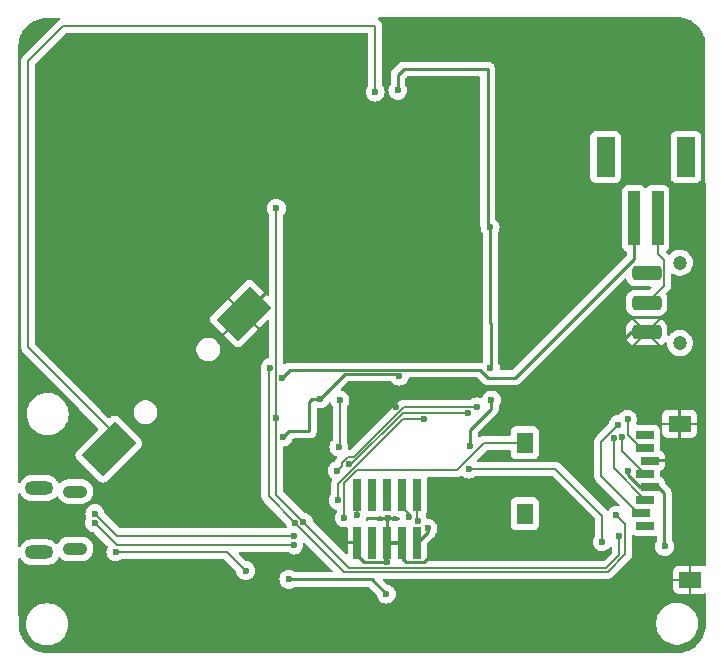
<source format=gbr>
%TF.GenerationSoftware,KiCad,Pcbnew,8.0.8*%
%TF.CreationDate,2025-01-20T12:07:47-06:00*%
%TF.ProjectId,tempo,74656d70-6f2e-46b6-9963-61645f706362,rev?*%
%TF.SameCoordinates,Original*%
%TF.FileFunction,Copper,L2,Bot*%
%TF.FilePolarity,Positive*%
%FSLAX46Y46*%
G04 Gerber Fmt 4.6, Leading zero omitted, Abs format (unit mm)*
G04 Created by KiCad (PCBNEW 8.0.8) date 2025-01-20 12:07:47*
%MOMM*%
%LPD*%
G01*
G04 APERTURE LIST*
G04 Aperture macros list*
%AMRoundRect*
0 Rectangle with rounded corners*
0 $1 Rounding radius*
0 $2 $3 $4 $5 $6 $7 $8 $9 X,Y pos of 4 corners*
0 Add a 4 corners polygon primitive as box body*
4,1,4,$2,$3,$4,$5,$6,$7,$8,$9,$2,$3,0*
0 Add four circle primitives for the rounded corners*
1,1,$1+$1,$2,$3*
1,1,$1+$1,$4,$5*
1,1,$1+$1,$6,$7*
1,1,$1+$1,$8,$9*
0 Add four rect primitives between the rounded corners*
20,1,$1+$1,$2,$3,$4,$5,0*
20,1,$1+$1,$4,$5,$6,$7,0*
20,1,$1+$1,$6,$7,$8,$9,0*
20,1,$1+$1,$8,$9,$2,$3,0*%
%AMRotRect*
0 Rectangle, with rotation*
0 The origin of the aperture is its center*
0 $1 length*
0 $2 width*
0 $3 Rotation angle, in degrees counterclockwise*
0 Add horizontal line*
21,1,$1,$2,0,0,$3*%
G04 Aperture macros list end*
%TA.AperFunction,ComponentPad*%
%ADD10O,1.460000X0.730000*%
%TD*%
%TA.AperFunction,ComponentPad*%
%ADD11O,2.400000X1.200000*%
%TD*%
%TA.AperFunction,SMDPad,CuDef*%
%ADD12O,2.100000X1.050000*%
%TD*%
%TA.AperFunction,SMDPad,CuDef*%
%ADD13R,0.650000X2.760000*%
%TD*%
%TA.AperFunction,SMDPad,CuDef*%
%ADD14R,0.650000X2.750000*%
%TD*%
%TA.AperFunction,WasherPad*%
%ADD15C,1.200000*%
%TD*%
%TA.AperFunction,SMDPad,CuDef*%
%ADD16RoundRect,0.300000X-0.950000X0.300000X-0.950000X-0.300000X0.950000X-0.300000X0.950000X0.300000X0*%
%TD*%
%TA.AperFunction,SMDPad,CuDef*%
%ADD17R,1.500000X0.700000*%
%TD*%
%TA.AperFunction,SMDPad,CuDef*%
%ADD18R,1.400000X1.800000*%
%TD*%
%TA.AperFunction,SMDPad,CuDef*%
%ADD19R,1.900000X1.400000*%
%TD*%
%TA.AperFunction,SMDPad,CuDef*%
%ADD20RotRect,4.000000X2.600000X225.000000*%
%TD*%
%TA.AperFunction,SMDPad,CuDef*%
%ADD21R,1.000000X4.600000*%
%TD*%
%TA.AperFunction,SMDPad,CuDef*%
%ADD22R,1.600000X3.400000*%
%TD*%
%TA.AperFunction,ViaPad*%
%ADD23C,0.600000*%
%TD*%
%TA.AperFunction,Conductor*%
%ADD24C,0.250000*%
%TD*%
%TA.AperFunction,Conductor*%
%ADD25C,0.200000*%
%TD*%
G04 APERTURE END LIST*
D10*
%TO.P,J4,6,SHIELD*%
%TO.N,unconnected-(J4-SHIELD-Pad6)*%
X130902500Y-102228250D03*
%TO.P,J4,7,SHIELD__1*%
%TO.N,unconnected-(J4-SHIELD__1-Pad7)*%
X130902500Y-107078250D03*
D11*
%TO.P,J4,8,SHIELD__2*%
%TO.N,unconnected-(J4-SHIELD__2-Pad8)*%
X127872500Y-101928250D03*
%TO.P,J4,9,SHIELD__3*%
%TO.N,unconnected-(J4-SHIELD__3-Pad9)*%
X127872500Y-107378250D03*
D12*
%TO.P,J4,10,SHIELD__4*%
%TO.N,unconnected-(J4-SHIELD__4-Pad10)*%
X130902500Y-102228250D03*
%TO.P,J4,11,SHIELD__5*%
%TO.N,unconnected-(J4-SHIELD__5-Pad11)*%
X130902500Y-107078250D03*
%TD*%
D13*
%TO.P,J2,1*%
%TO.N,3.3V*%
X159875000Y-106550000D03*
%TO.P,J2,2*%
%TO.N,/SWDIO*%
X159875000Y-102490000D03*
%TO.P,J2,3*%
%TO.N,GND*%
X158605000Y-106550000D03*
D14*
%TO.P,J2,4*%
%TO.N,/SWDCLK*%
X158605000Y-102490000D03*
D13*
%TO.P,J2,5*%
%TO.N,GND*%
X157335000Y-106550000D03*
%TO.P,J2,6*%
%TO.N,unconnected-(J2-Pad6)*%
X157335000Y-102490000D03*
%TO.P,J2,7*%
%TO.N,unconnected-(J2-Pad7)*%
X156065000Y-106550000D03*
%TO.P,J2,8*%
%TO.N,unconnected-(J2-Pad8)*%
X156065000Y-102490000D03*
%TO.P,J2,9*%
%TO.N,GND*%
X154795000Y-106550000D03*
%TO.P,J2,10*%
%TO.N,/~{RESET}*%
X154795000Y-102490000D03*
%TD*%
D15*
%TO.P,SW1,*%
%TO.N,*%
X182100000Y-82850000D03*
X182100000Y-89650000D03*
D16*
%TO.P,SW1,1,A*%
%TO.N,unconnected-(SW1-A-Pad1)*%
X179300000Y-83750000D03*
%TO.P,SW1,2,B*%
%TO.N,Net-(SW1-B)*%
X179300000Y-86250000D03*
%TO.P,SW1,3,C*%
%TO.N,GND*%
X179300000Y-88750000D03*
%TD*%
D17*
%TO.P,X2,1,DAT2*%
%TO.N,unconnected-(X2-DAT2-Pad1)*%
X179175000Y-105100000D03*
%TO.P,X2,2,CS*%
%TO.N,/FLASH_CS*%
X178775000Y-104000000D03*
%TO.P,X2,3,DATA_IN*%
%TO.N,/FLASH_MOSI*%
X179175000Y-102900000D03*
%TO.P,X2,4,SD_VDD*%
%TO.N,3.3V*%
X179575000Y-101800000D03*
%TO.P,X2,5,SCLK*%
%TO.N,/FLASH_SCK*%
X179175000Y-100700000D03*
%TO.P,X2,6,GND@3*%
%TO.N,GND*%
X179575000Y-99600000D03*
%TO.P,X2,7,DATA_OUT*%
%TO.N,/FLASH_MISO*%
X179175000Y-98500000D03*
%TO.P,X2,8,DAT1*%
%TO.N,unconnected-(X2-DAT1-Pad8)*%
X179175000Y-97400000D03*
D18*
%TO.P,X2,CD1,CARD_DETECT*%
%TO.N,/D7*%
X168975000Y-98100000D03*
%TO.P,X2,CD2,CARD_DETECT1*%
%TO.N,unconnected-(X2-CARD_DETECT1-PadCD2)*%
X168975000Y-104100000D03*
D19*
%TO.P,X2,MT1,GND@2*%
%TO.N,GND*%
X182075000Y-96500000D03*
%TO.P,X2,MT2,GND@1*%
X182975000Y-109700000D03*
%TD*%
D20*
%TO.P,B1,+,+*%
%TO.N,/VBACKUP*%
X133753232Y-98621768D03*
%TO.P,B1,-,-*%
%TO.N,GND*%
X145173006Y-87159567D03*
%TD*%
D21*
%TO.P,J1,1,1*%
%TO.N,Net-(SW1-B)*%
X180220000Y-79100000D03*
%TO.P,J1,2,2*%
%TO.N,V_BATT*%
X178220000Y-79100000D03*
D22*
%TO.P,J1,NC1*%
%TO.N,N/C*%
X182620000Y-73900000D03*
%TO.P,J1,NC2*%
X175820000Y-73900000D03*
%TD*%
D23*
%TO.N,GND*%
X160130000Y-68050000D03*
X157375000Y-104500000D03*
X164730000Y-72550000D03*
X161630000Y-82950000D03*
X151587500Y-97862500D03*
X167930000Y-76550000D03*
X161825000Y-104825000D03*
X139675000Y-104600000D03*
X152530000Y-81250000D03*
X162930000Y-81650000D03*
X152530000Y-71550000D03*
X160130000Y-81250000D03*
X154430000Y-68050000D03*
X149730000Y-81650000D03*
X157325000Y-108200000D03*
X151030000Y-82950000D03*
X152530000Y-67950000D03*
X160130000Y-84650000D03*
X152530000Y-84650000D03*
X151430000Y-80150000D03*
X151430000Y-72550000D03*
X153975000Y-113350000D03*
X155950000Y-93175000D03*
X162930000Y-71050000D03*
X148925000Y-107700000D03*
X177040000Y-89660000D03*
X161730000Y-69750000D03*
X145900000Y-97750000D03*
X147030000Y-80250000D03*
X167930000Y-79950000D03*
X148030000Y-72550000D03*
X147800000Y-108600000D03*
X150930000Y-69750000D03*
X161230000Y-80050000D03*
X154430000Y-71550000D03*
X150250000Y-98300000D03*
X158033168Y-95058168D03*
%TO.N,3.3V*%
X157250000Y-110898900D03*
X166150000Y-94475000D03*
X166050000Y-91750000D03*
X177750000Y-100500000D03*
X158230000Y-68250000D03*
X158350000Y-92451100D03*
X180825000Y-106875000D03*
X148525000Y-97600000D03*
X166030000Y-79850000D03*
X160775000Y-105350000D03*
X164375000Y-98350000D03*
X149005000Y-109650000D03*
X151675000Y-94350000D03*
%TO.N,V_BATT*%
X148431100Y-92589258D03*
%TO.N,/SDA*%
X147944524Y-95975974D03*
X176950000Y-105950000D03*
X150225000Y-104800000D03*
X147930000Y-78250000D03*
%TO.N,/SCL*%
X176725000Y-104250000D03*
X147428900Y-91737500D03*
X149525000Y-104850000D03*
%TO.N,/D6*%
X153173900Y-102975000D03*
X160450000Y-96100000D03*
%TO.N,/D10*%
X153225000Y-98450000D03*
X153325000Y-94473900D03*
%TO.N,/D12*%
X164175000Y-95548900D03*
X154115942Y-99925668D03*
%TO.N,/D13*%
X153098900Y-100450000D03*
X164900000Y-95047800D03*
%TO.N,/~{RESET}*%
X154750000Y-104250000D03*
%TO.N,/VBACKUP*%
X156300000Y-68400000D03*
%TO.N,VIN*%
X134350000Y-107325000D03*
X145350000Y-108925000D03*
%TO.N,/D9*%
X164250000Y-100325000D03*
X175525000Y-106475000D03*
%TO.N,/D+*%
X132562500Y-104887500D03*
X149425000Y-106750000D03*
%TO.N,/D-*%
X132575000Y-104100000D03*
X149400000Y-105950000D03*
%TO.N,/FLASH_CS*%
X176875000Y-96551100D03*
%TO.N,/SWDIO*%
X159900000Y-104675000D03*
%TO.N,/SWDCLK*%
X159200000Y-104400000D03*
%TO.N,/FLASH_MOSI*%
X176491662Y-97658338D03*
%TO.N,/FLASH_SCK*%
X177223953Y-97621507D03*
%TO.N,/FLASH_MISO*%
X177675000Y-96100000D03*
%TO.N,/D7*%
X153675000Y-104450000D03*
%TD*%
D24*
%TO.N,GND*%
X158605000Y-106550000D02*
X157335000Y-106550000D01*
X177950000Y-88750000D02*
X177040000Y-89660000D01*
X151150000Y-98300000D02*
X151587500Y-97862500D01*
X161825000Y-106758200D02*
X160426600Y-108156600D01*
X179300000Y-88750000D02*
X179300000Y-88730000D01*
X151600000Y-97875000D02*
X151587500Y-97862500D01*
X157325000Y-108200000D02*
X157335000Y-108190000D01*
X160426600Y-108156600D02*
X158881600Y-108156600D01*
X157335000Y-108190000D02*
X157335000Y-106550000D01*
X179300000Y-88750000D02*
X177950000Y-88750000D01*
X147030000Y-85302573D02*
X145173006Y-87159567D01*
X154795000Y-107605000D02*
X154795000Y-106550000D01*
X158605000Y-107880000D02*
X158605000Y-106550000D01*
X156150000Y-93175000D02*
X158033168Y-95058168D01*
X151675000Y-97775000D02*
X151587500Y-97862500D01*
X155390000Y-108200000D02*
X154795000Y-107605000D01*
X158881600Y-108156600D02*
X158605000Y-107880000D01*
X150250000Y-98300000D02*
X151150000Y-98300000D01*
X147030000Y-80250000D02*
X147030000Y-85302573D01*
X161825000Y-104825000D02*
X161825000Y-106758200D01*
X157325000Y-108200000D02*
X155390000Y-108200000D01*
X155950000Y-93175000D02*
X156150000Y-93175000D01*
%TO.N,3.3V*%
X166050000Y-79870000D02*
X166030000Y-79850000D01*
X150975000Y-94350000D02*
X151675000Y-94350000D01*
X180775000Y-106825000D02*
X180825000Y-106875000D01*
X149025000Y-97100000D02*
X150725000Y-97100000D01*
X166050000Y-87920000D02*
X166050000Y-79870000D01*
X165830000Y-79650000D02*
X166030000Y-79850000D01*
X150725000Y-97100000D02*
X150725000Y-94600000D01*
X158230000Y-68250000D02*
X158230000Y-66950000D01*
X158350000Y-92451100D02*
X158175500Y-92276600D01*
X166150000Y-94475000D02*
X166150000Y-95200000D01*
X158230000Y-66950000D02*
X158730000Y-66450000D01*
X158175500Y-92276600D02*
X153748400Y-92276600D01*
X150725000Y-94600000D02*
X150975000Y-94350000D01*
X148525000Y-97600000D02*
X149025000Y-97100000D01*
X166150000Y-95200000D02*
X164375000Y-96975000D01*
X156001100Y-109650000D02*
X149005000Y-109650000D01*
X158730000Y-66450000D02*
X165830000Y-66450000D01*
X166075000Y-87945000D02*
X166050000Y-87920000D01*
X160775000Y-105350000D02*
X160775000Y-105650000D01*
X157250000Y-110898900D02*
X156001100Y-109650000D01*
X177750000Y-100500000D02*
X177750000Y-100828200D01*
X165830000Y-66450000D02*
X165830000Y-79650000D01*
X166075000Y-91725000D02*
X166075000Y-87945000D01*
X180250000Y-101800000D02*
X180775000Y-102325000D01*
X153748400Y-92276600D02*
X151675000Y-94350000D01*
X180775000Y-102325000D02*
X180775000Y-106825000D01*
X164375000Y-96975000D02*
X164375000Y-98350000D01*
X160775000Y-105650000D02*
X159875000Y-106550000D01*
X177750000Y-100828200D02*
X178721800Y-101800000D01*
X178721800Y-101800000D02*
X179575000Y-101800000D01*
X179575000Y-101800000D02*
X180250000Y-101800000D01*
X166050000Y-91750000D02*
X166075000Y-91725000D01*
%TO.N,V_BATT*%
X178220000Y-82500000D02*
X178220000Y-79100000D01*
X168144500Y-92575500D02*
X178220000Y-82500000D01*
X149095358Y-91925000D02*
X165206375Y-91925000D01*
X165856875Y-92575500D02*
X168144500Y-92575500D01*
X165206375Y-91925000D02*
X165856875Y-92575500D01*
X148431100Y-92589258D02*
X149095358Y-91925000D01*
D25*
%TO.N,/SDA*%
X176950000Y-107625000D02*
X176950000Y-105950000D01*
X147930000Y-78250000D02*
X147930000Y-102505000D01*
X175873400Y-108701600D02*
X176950000Y-107625000D01*
X154126600Y-108701600D02*
X175873400Y-108701600D01*
X147930000Y-102505000D02*
X150225000Y-104800000D01*
X150225000Y-104800000D02*
X154126600Y-108701600D01*
%TO.N,/SCL*%
X147275000Y-91891400D02*
X147275000Y-102600000D01*
X147275000Y-102600000D02*
X149525000Y-104850000D01*
X153678200Y-109003200D02*
X149525000Y-104850000D01*
X176725000Y-104250000D02*
X177451600Y-104976600D01*
X175998326Y-109003200D02*
X153678200Y-109003200D01*
X147428900Y-91737500D02*
X147275000Y-91891400D01*
X177451600Y-104976600D02*
X177451600Y-107549926D01*
X177451600Y-107549926D02*
X175998326Y-109003200D01*
%TO.N,/D6*%
X153173900Y-102975000D02*
X153173900Y-101576374D01*
X153173900Y-101576374D02*
X158650274Y-96100000D01*
X158650274Y-96100000D02*
X160450000Y-96100000D01*
%TO.N,/D10*%
X153325000Y-98350000D02*
X153225000Y-98450000D01*
X153325000Y-94473900D02*
X153325000Y-98350000D01*
%TO.N,/D12*%
X154300859Y-99925668D02*
X158677627Y-95548900D01*
X158677627Y-95548900D02*
X164175000Y-95548900D01*
X154115942Y-99925668D02*
X154300859Y-99925668D01*
%TO.N,/D13*%
X153098900Y-100450000D02*
X153500000Y-100048900D01*
X153500000Y-99825000D02*
X153507240Y-99825000D01*
X154007240Y-99325000D02*
X154475000Y-99325000D01*
X153507240Y-99825000D02*
X154007240Y-99325000D01*
X153500000Y-100048900D02*
X153500000Y-99825000D01*
X158752200Y-95047800D02*
X164900000Y-95047800D01*
X154475000Y-99325000D02*
X158752200Y-95047800D01*
%TO.N,/~{RESET}*%
X154795000Y-104205000D02*
X154750000Y-104250000D01*
X154795000Y-102490000D02*
X154795000Y-104205000D01*
%TO.N,/VBACKUP*%
X131700000Y-94800000D02*
X131700000Y-94825000D01*
X156300000Y-68400000D02*
X156300000Y-62800000D01*
X133753232Y-96878232D02*
X133753232Y-98621768D01*
X126925000Y-65775000D02*
X126925000Y-90025000D01*
X129900000Y-62800000D02*
X126925000Y-65775000D01*
X131700000Y-94825000D02*
X133753232Y-96878232D01*
X126925000Y-90025000D02*
X131700000Y-94800000D01*
X156300000Y-62800000D02*
X129900000Y-62800000D01*
%TO.N,Net-(SW1-B)*%
X180220000Y-82103634D02*
X180751600Y-82635234D01*
X180751600Y-82635234D02*
X180751600Y-84798400D01*
X180751600Y-84798400D02*
X179300000Y-86250000D01*
X180220000Y-79100000D02*
X180220000Y-82103634D01*
%TO.N,VIN*%
X143750000Y-107325000D02*
X145350000Y-108925000D01*
X134350000Y-107325000D02*
X143750000Y-107325000D01*
%TO.N,/D9*%
X175523400Y-104273400D02*
X175523400Y-106473400D01*
X164275000Y-100300000D02*
X171550000Y-100300000D01*
X164250000Y-100325000D02*
X164275000Y-100300000D01*
X171550000Y-100300000D02*
X175523400Y-104273400D01*
X175523400Y-106473400D02*
X175525000Y-106475000D01*
%TO.N,/D+*%
X149425000Y-106750000D02*
X134425000Y-106750000D01*
X134425000Y-106750000D02*
X132562500Y-104887500D01*
%TO.N,/D-*%
X149400000Y-105950000D02*
X134425000Y-105950000D01*
X134425000Y-105950000D02*
X132575000Y-104100000D01*
%TO.N,/FLASH_CS*%
X178525000Y-104000000D02*
X178775000Y-104000000D01*
X175450000Y-100925000D02*
X178525000Y-104000000D01*
X176875000Y-96565630D02*
X175450000Y-97990630D01*
X175450000Y-97990630D02*
X175450000Y-100925000D01*
X176875000Y-96551100D02*
X176875000Y-96565630D01*
%TO.N,/SWDIO*%
X159900000Y-104675000D02*
X159875000Y-104650000D01*
X159875000Y-104650000D02*
X159875000Y-102490000D01*
%TO.N,/SWDCLK*%
X159200000Y-104400000D02*
X159200000Y-104135000D01*
X158605000Y-103540000D02*
X158605000Y-102490000D01*
X159200000Y-104135000D02*
X158605000Y-103540000D01*
%TO.N,/FLASH_MOSI*%
X176491662Y-97658338D02*
X176491662Y-100216662D01*
X176491662Y-100216662D02*
X179175000Y-102900000D01*
%TO.N,/FLASH_SCK*%
X177223953Y-98748953D02*
X179175000Y-100700000D01*
X177223953Y-97621507D02*
X177223953Y-98748953D01*
%TO.N,/FLASH_MISO*%
X178771800Y-98500000D02*
X179175000Y-98500000D01*
X177675000Y-96100000D02*
X177675000Y-97403200D01*
X177675000Y-97403200D02*
X178771800Y-98500000D01*
%TO.N,/D7*%
X165525000Y-98100000D02*
X168975000Y-98100000D01*
X154751800Y-100425000D02*
X163200000Y-100425000D01*
X153675000Y-104450000D02*
X153675000Y-101501800D01*
X163200000Y-100425000D02*
X165525000Y-98100000D01*
X153675000Y-101501800D02*
X154751800Y-100425000D01*
%TO.N,unconnected-(X2-CARD_DETECT1-PadCD2)*%
X168779146Y-104794684D02*
X168395001Y-104410539D01*
%TD*%
%TA.AperFunction,Conductor*%
%TO.N,GND*%
G36*
X163689579Y-100899002D02*
G01*
X163703504Y-100910582D01*
X163747738Y-100954816D01*
X163747740Y-100954817D01*
X163747741Y-100954818D01*
X163867941Y-101030345D01*
X163900478Y-101050789D01*
X163932883Y-101062128D01*
X164070738Y-101110366D01*
X164070742Y-101110367D01*
X164070745Y-101110368D01*
X164250000Y-101130565D01*
X164429255Y-101110368D01*
X164599522Y-101050789D01*
X164752262Y-100954816D01*
X164757579Y-100949499D01*
X164777584Y-100929495D01*
X164832101Y-100901719D01*
X164847586Y-100900500D01*
X171260257Y-100900500D01*
X171318448Y-100919407D01*
X171330261Y-100929496D01*
X174893904Y-104493139D01*
X174921681Y-104547656D01*
X174922900Y-104563143D01*
X174922900Y-105904014D01*
X174903993Y-105962205D01*
X174897815Y-105969439D01*
X174895181Y-105972741D01*
X174799211Y-106125476D01*
X174799211Y-106125477D01*
X174739633Y-106295738D01*
X174739632Y-106295742D01*
X174719435Y-106475000D01*
X174739632Y-106654257D01*
X174739633Y-106654261D01*
X174799211Y-106824522D01*
X174799211Y-106824523D01*
X174895181Y-106977258D01*
X174895184Y-106977262D01*
X175022738Y-107104816D01*
X175022740Y-107104817D01*
X175022741Y-107104818D01*
X175141203Y-107179253D01*
X175175478Y-107200789D01*
X175243303Y-107224522D01*
X175345738Y-107260366D01*
X175345742Y-107260367D01*
X175345745Y-107260368D01*
X175525000Y-107280565D01*
X175704255Y-107260368D01*
X175874522Y-107200789D01*
X176027262Y-107104816D01*
X176154816Y-106977262D01*
X176159784Y-106969354D01*
X176166674Y-106958391D01*
X176213642Y-106919178D01*
X176274689Y-106915062D01*
X176326496Y-106947614D01*
X176349276Y-107004400D01*
X176349500Y-107011061D01*
X176349500Y-107335257D01*
X176330593Y-107393448D01*
X176320504Y-107405261D01*
X175653661Y-108072104D01*
X175599144Y-108099881D01*
X175583657Y-108101100D01*
X160797466Y-108101100D01*
X160739275Y-108082193D01*
X160703311Y-108032693D01*
X160699033Y-107991519D01*
X160699515Y-107987036D01*
X160700500Y-107977873D01*
X160700499Y-106650096D01*
X160719406Y-106591906D01*
X160729489Y-106580099D01*
X161168090Y-106141499D01*
X161168095Y-106141495D01*
X161173731Y-106135858D01*
X161173733Y-106135858D01*
X161260858Y-106048733D01*
X161329311Y-105946286D01*
X161334869Y-105932866D01*
X161356328Y-105900748D01*
X161404816Y-105852262D01*
X161500789Y-105699522D01*
X161560368Y-105529255D01*
X161580565Y-105350000D01*
X161560368Y-105170745D01*
X161500789Y-105000478D01*
X161498502Y-104996839D01*
X161404818Y-104847741D01*
X161404817Y-104847740D01*
X161404816Y-104847738D01*
X161277262Y-104720184D01*
X161277259Y-104720182D01*
X161277258Y-104720181D01*
X161124523Y-104624211D01*
X160954261Y-104564633D01*
X160954257Y-104564632D01*
X160894503Y-104557899D01*
X160775000Y-104544435D01*
X160774998Y-104544435D01*
X160774996Y-104544435D01*
X160772650Y-104544435D01*
X160771404Y-104544030D01*
X160769476Y-104543813D01*
X160769520Y-104543418D01*
X160714459Y-104525528D01*
X160679206Y-104478133D01*
X160641543Y-104370500D01*
X160625789Y-104325478D01*
X160625787Y-104325475D01*
X160625787Y-104325474D01*
X160597367Y-104280245D01*
X160582416Y-104220915D01*
X160601940Y-104168243D01*
X160643795Y-104112333D01*
X160643796Y-104112330D01*
X160648218Y-104100476D01*
X160694091Y-103977483D01*
X160700500Y-103917873D01*
X160700500Y-103152129D01*
X167774500Y-103152129D01*
X167774500Y-105047866D01*
X167774501Y-105047870D01*
X167780908Y-105107480D01*
X167780909Y-105107485D01*
X167831202Y-105242329D01*
X167911805Y-105350000D01*
X167917454Y-105357546D01*
X167917457Y-105357548D01*
X167917458Y-105357549D01*
X168032670Y-105443797D01*
X168167511Y-105494089D01*
X168167512Y-105494089D01*
X168167517Y-105494091D01*
X168227127Y-105500500D01*
X169722872Y-105500499D01*
X169782483Y-105494091D01*
X169906749Y-105447743D01*
X169917329Y-105443797D01*
X169917329Y-105443796D01*
X169917331Y-105443796D01*
X170032546Y-105357546D01*
X170118796Y-105242331D01*
X170118995Y-105241799D01*
X170169089Y-105107488D01*
X170169090Y-105107485D01*
X170169091Y-105107483D01*
X170175500Y-105047873D01*
X170175499Y-103152128D01*
X170169091Y-103092517D01*
X170164617Y-103080521D01*
X170118797Y-102957670D01*
X170032549Y-102842458D01*
X170032548Y-102842457D01*
X170032546Y-102842454D01*
X169932640Y-102767664D01*
X169917329Y-102756202D01*
X169782488Y-102705910D01*
X169782483Y-102705909D01*
X169782481Y-102705908D01*
X169782477Y-102705908D01*
X169751249Y-102702550D01*
X169722873Y-102699500D01*
X169722870Y-102699500D01*
X168227133Y-102699500D01*
X168227129Y-102699500D01*
X168227128Y-102699501D01*
X168219949Y-102700272D01*
X168167519Y-102705908D01*
X168167514Y-102705909D01*
X168032670Y-102756202D01*
X167917458Y-102842450D01*
X167917450Y-102842458D01*
X167831202Y-102957670D01*
X167780910Y-103092511D01*
X167780908Y-103092522D01*
X167774500Y-103152129D01*
X160700500Y-103152129D01*
X160700499Y-101124499D01*
X160719406Y-101066309D01*
X160768906Y-101030345D01*
X160799499Y-101025500D01*
X163114864Y-101025500D01*
X163114880Y-101025501D01*
X163120943Y-101025501D01*
X163279055Y-101025501D01*
X163279057Y-101025501D01*
X163431785Y-100984577D01*
X163492538Y-100949501D01*
X163492540Y-100949499D01*
X163492542Y-100949499D01*
X163510254Y-100939273D01*
X163568716Y-100905520D01*
X163568722Y-100905513D01*
X163573238Y-100902050D01*
X163630913Y-100881625D01*
X163689579Y-100899002D01*
G37*
%TD.AperFunction*%
%TA.AperFunction,Conductor*%
G36*
X152550840Y-94704298D02*
G01*
X152568287Y-94735047D01*
X152599211Y-94823422D01*
X152599211Y-94823423D01*
X152625741Y-94865645D01*
X152695184Y-94976162D01*
X152695505Y-94976483D01*
X152695619Y-94976707D01*
X152698648Y-94980505D01*
X152697870Y-94981125D01*
X152723281Y-95030998D01*
X152724500Y-95046485D01*
X152724500Y-97777415D01*
X152705593Y-97835606D01*
X152695509Y-97847412D01*
X152631349Y-97911573D01*
X152595181Y-97947741D01*
X152499211Y-98100476D01*
X152499211Y-98100477D01*
X152439633Y-98270738D01*
X152439632Y-98270742D01*
X152419435Y-98450000D01*
X152439632Y-98629257D01*
X152439633Y-98629261D01*
X152499211Y-98799522D01*
X152499211Y-98799523D01*
X152561009Y-98897873D01*
X152595184Y-98952262D01*
X152722738Y-99079816D01*
X152722740Y-99079817D01*
X152722741Y-99079818D01*
X152822686Y-99142618D01*
X152875478Y-99175789D01*
X152950885Y-99202175D01*
X153041223Y-99233786D01*
X153089903Y-99270851D01*
X153107500Y-99329452D01*
X153087292Y-99387203D01*
X153078530Y-99397232D01*
X153019482Y-99456281D01*
X153019480Y-99456283D01*
X153019480Y-99456284D01*
X152997653Y-99494090D01*
X152940422Y-99593217D01*
X152934998Y-99613460D01*
X152901672Y-99664774D01*
X152872070Y-99681278D01*
X152749377Y-99724211D01*
X152749376Y-99724211D01*
X152596641Y-99820181D01*
X152469081Y-99947741D01*
X152373111Y-100100476D01*
X152373111Y-100100477D01*
X152313533Y-100270738D01*
X152313532Y-100270742D01*
X152293335Y-100450000D01*
X152313532Y-100629257D01*
X152313533Y-100629261D01*
X152373111Y-100799522D01*
X152373111Y-100799523D01*
X152467349Y-100949501D01*
X152469084Y-100952262D01*
X152596638Y-101079816D01*
X152596640Y-101079817D01*
X152596641Y-101079818D01*
X152641040Y-101107716D01*
X152680252Y-101154685D01*
X152684368Y-101215732D01*
X152674108Y-101241038D01*
X152670602Y-101247109D01*
X152663405Y-101259577D01*
X152648386Y-101285590D01*
X152614324Y-101344585D01*
X152614323Y-101344589D01*
X152573399Y-101497317D01*
X152573399Y-101497319D01*
X152573399Y-101663405D01*
X152573400Y-101663418D01*
X152573400Y-102402414D01*
X152554493Y-102460605D01*
X152544412Y-102472409D01*
X152544089Y-102472731D01*
X152544081Y-102472741D01*
X152448111Y-102625476D01*
X152448111Y-102625477D01*
X152388533Y-102795738D01*
X152388532Y-102795742D01*
X152368335Y-102975000D01*
X152388532Y-103154257D01*
X152388533Y-103154261D01*
X152448111Y-103324522D01*
X152448111Y-103324523D01*
X152544081Y-103477258D01*
X152544084Y-103477262D01*
X152671638Y-103604816D01*
X152824378Y-103700789D01*
X152994645Y-103760368D01*
X152994647Y-103760368D01*
X152997523Y-103761025D01*
X152998940Y-103761871D01*
X152999893Y-103762205D01*
X152999824Y-103762400D01*
X153050050Y-103792403D01*
X153074101Y-103848663D01*
X153074500Y-103857544D01*
X153074500Y-103877414D01*
X153055593Y-103935605D01*
X153045512Y-103947409D01*
X153045189Y-103947731D01*
X153045181Y-103947741D01*
X152949211Y-104100476D01*
X152949211Y-104100477D01*
X152889633Y-104270738D01*
X152889632Y-104270742D01*
X152869435Y-104450000D01*
X152889632Y-104629257D01*
X152889633Y-104629261D01*
X152949211Y-104799522D01*
X152949211Y-104799523D01*
X153045181Y-104952258D01*
X153045184Y-104952262D01*
X153172738Y-105079816D01*
X153172740Y-105079817D01*
X153172741Y-105079818D01*
X153317450Y-105170745D01*
X153325478Y-105175789D01*
X153362110Y-105188607D01*
X153495738Y-105235366D01*
X153495742Y-105235367D01*
X153495745Y-105235368D01*
X153675000Y-105255565D01*
X153854255Y-105235368D01*
X153854257Y-105235367D01*
X153859780Y-105234745D01*
X153860113Y-105237704D01*
X153909299Y-105241799D01*
X153955645Y-105281746D01*
X153970000Y-105333091D01*
X153970000Y-106449999D01*
X153970001Y-106450000D01*
X154696000Y-106450000D01*
X154754191Y-106468907D01*
X154790155Y-106518407D01*
X154795000Y-106549000D01*
X154795000Y-106551000D01*
X154776093Y-106609191D01*
X154726593Y-106645155D01*
X154696000Y-106650000D01*
X153970001Y-106650000D01*
X153970000Y-106650001D01*
X153970000Y-107456756D01*
X153951093Y-107514947D01*
X153901593Y-107550911D01*
X153840407Y-107550911D01*
X153800996Y-107526760D01*
X151049514Y-104775279D01*
X151021737Y-104720762D01*
X151021140Y-104716359D01*
X151020226Y-104708245D01*
X151010368Y-104620745D01*
X150950789Y-104450478D01*
X150950188Y-104449522D01*
X150854818Y-104297741D01*
X150854817Y-104297740D01*
X150854816Y-104297738D01*
X150727262Y-104170184D01*
X150727259Y-104170182D01*
X150727258Y-104170181D01*
X150574523Y-104074211D01*
X150404261Y-104014633D01*
X150404250Y-104014631D01*
X150308637Y-104003857D01*
X150252930Y-103978553D01*
X150249719Y-103975484D01*
X148559496Y-102285261D01*
X148531719Y-102230744D01*
X148530500Y-102215257D01*
X148530500Y-98493417D01*
X148549407Y-98435226D01*
X148598907Y-98399262D01*
X148618411Y-98395040D01*
X148704255Y-98385368D01*
X148874522Y-98325789D01*
X149027262Y-98229816D01*
X149154816Y-98102262D01*
X149250789Y-97949522D01*
X149298789Y-97812346D01*
X149305978Y-97791802D01*
X149343043Y-97743122D01*
X149399422Y-97725500D01*
X150786604Y-97725500D01*
X150786606Y-97725500D01*
X150907452Y-97701463D01*
X151021286Y-97654311D01*
X151123733Y-97585858D01*
X151210858Y-97498733D01*
X151279311Y-97396286D01*
X151326463Y-97282452D01*
X151350500Y-97161606D01*
X151350500Y-95224072D01*
X151369407Y-95165881D01*
X151418907Y-95129917D01*
X151480093Y-95129917D01*
X151482199Y-95130628D01*
X151495745Y-95135368D01*
X151675000Y-95155565D01*
X151854255Y-95135368D01*
X152024522Y-95075789D01*
X152177262Y-94979816D01*
X152304816Y-94852262D01*
X152391017Y-94715073D01*
X152437986Y-94675862D01*
X152499033Y-94671746D01*
X152550840Y-94704298D01*
G37*
%TD.AperFunction*%
%TA.AperFunction,Conductor*%
G36*
X158030377Y-104303387D02*
G01*
X158032625Y-104305020D01*
X158037669Y-104308796D01*
X158037671Y-104308796D01*
X158037673Y-104308798D01*
X158172511Y-104359089D01*
X158172512Y-104359089D01*
X158172517Y-104359091D01*
X158232127Y-104365500D01*
X158302075Y-104365499D01*
X158360265Y-104384406D01*
X158396229Y-104433905D01*
X158400452Y-104453413D01*
X158409981Y-104537976D01*
X158411943Y-104555393D01*
X158412453Y-104559914D01*
X158400181Y-104619856D01*
X158355019Y-104661137D01*
X158314076Y-104670000D01*
X158232176Y-104670000D01*
X158172629Y-104676401D01*
X158172618Y-104676403D01*
X158037912Y-104726645D01*
X158029328Y-104733072D01*
X157971413Y-104752808D01*
X157912958Y-104734733D01*
X157910672Y-104733072D01*
X157902087Y-104726645D01*
X157767381Y-104676403D01*
X157767370Y-104676401D01*
X157707824Y-104670000D01*
X157435001Y-104670000D01*
X157435000Y-104670001D01*
X157435000Y-106450000D01*
X158506000Y-106450000D01*
X158564191Y-106468907D01*
X158600155Y-106518407D01*
X158605000Y-106549000D01*
X158605000Y-106551000D01*
X158586093Y-106609191D01*
X158536593Y-106645155D01*
X158506000Y-106650000D01*
X157434000Y-106650000D01*
X157375809Y-106631093D01*
X157339845Y-106581593D01*
X157335000Y-106551000D01*
X157335000Y-106550000D01*
X157334000Y-106550000D01*
X157275809Y-106531093D01*
X157239845Y-106481593D01*
X157235000Y-106451000D01*
X157235000Y-104670001D01*
X157234999Y-104670000D01*
X156962176Y-104670000D01*
X156902629Y-104676401D01*
X156902618Y-104676403D01*
X156767913Y-104726645D01*
X156759742Y-104732762D01*
X156701826Y-104752496D01*
X156643372Y-104734419D01*
X156641130Y-104732791D01*
X156632331Y-104726204D01*
X156632329Y-104726203D01*
X156632326Y-104726201D01*
X156497488Y-104675910D01*
X156497483Y-104675909D01*
X156497481Y-104675908D01*
X156497477Y-104675908D01*
X156466249Y-104672550D01*
X156437873Y-104669500D01*
X156437870Y-104669500D01*
X155692133Y-104669500D01*
X155692129Y-104669500D01*
X155692128Y-104669501D01*
X155687486Y-104670000D01*
X155632519Y-104675908D01*
X155632511Y-104675910D01*
X155619267Y-104680850D01*
X155558138Y-104683468D01*
X155507144Y-104649655D01*
X155485765Y-104592327D01*
X155491230Y-104555393D01*
X155534926Y-104430516D01*
X155571991Y-104381837D01*
X155630591Y-104364240D01*
X155638928Y-104364780D01*
X155692127Y-104370500D01*
X156437872Y-104370499D01*
X156497483Y-104364091D01*
X156542432Y-104347326D01*
X156632327Y-104313798D01*
X156632328Y-104313796D01*
X156632331Y-104313796D01*
X156640671Y-104307552D01*
X156698583Y-104287815D01*
X156757038Y-104305888D01*
X156759284Y-104307519D01*
X156767669Y-104313796D01*
X156767672Y-104313798D01*
X156902511Y-104364089D01*
X156902512Y-104364089D01*
X156902517Y-104364091D01*
X156962127Y-104370500D01*
X157707872Y-104370499D01*
X157767483Y-104364091D01*
X157902331Y-104313796D01*
X157914009Y-104305053D01*
X157971921Y-104285315D01*
X158030377Y-104303387D01*
G37*
%TD.AperFunction*%
%TA.AperFunction,Conductor*%
G36*
X181862868Y-62062263D02*
G01*
X182133920Y-62077792D01*
X182145170Y-62079086D01*
X182409911Y-62125013D01*
X182420939Y-62127584D01*
X182678694Y-62203463D01*
X182689347Y-62207273D01*
X182857631Y-62278589D01*
X182936749Y-62312119D01*
X182946913Y-62317131D01*
X183180698Y-62449554D01*
X183190223Y-62455695D01*
X183407340Y-62613968D01*
X183416101Y-62621157D01*
X183524414Y-62720943D01*
X183613713Y-62803211D01*
X183621591Y-62811351D01*
X183797103Y-63014798D01*
X183803995Y-63023778D01*
X183898508Y-63162737D01*
X183955105Y-63245950D01*
X183960932Y-63255670D01*
X184072689Y-63468907D01*
X184085661Y-63493657D01*
X184090338Y-63503979D01*
X184187047Y-63754647D01*
X184190515Y-63765437D01*
X184233909Y-63932818D01*
X184237076Y-63957296D01*
X184266015Y-71756202D01*
X184297729Y-80303150D01*
X184297899Y-80348778D01*
X184297900Y-80349145D01*
X184297900Y-108462849D01*
X184278993Y-108521040D01*
X184229493Y-108557004D01*
X184168307Y-108557004D01*
X184164304Y-108555607D01*
X184032381Y-108506403D01*
X184032370Y-108506401D01*
X183972824Y-108500000D01*
X183075001Y-108500000D01*
X183075000Y-108500001D01*
X183075000Y-110899999D01*
X183075001Y-110900000D01*
X183972824Y-110900000D01*
X184032370Y-110893598D01*
X184032378Y-110893596D01*
X184164303Y-110844392D01*
X184225433Y-110841772D01*
X184276427Y-110875583D01*
X184297809Y-110932911D01*
X184297900Y-110937150D01*
X184297900Y-113403619D01*
X184297590Y-113406052D01*
X184297878Y-113441436D01*
X184297746Y-113447414D01*
X184282961Y-113729978D01*
X184281616Y-113741857D01*
X184233399Y-114017609D01*
X184230633Y-114029239D01*
X184149528Y-114297179D01*
X184145380Y-114308391D01*
X184032571Y-114564600D01*
X184027102Y-114575230D01*
X183884233Y-114815973D01*
X183877522Y-114825867D01*
X183706677Y-115047636D01*
X183698823Y-115056648D01*
X183502495Y-115256205D01*
X183493612Y-115264205D01*
X183274659Y-115438645D01*
X183264876Y-115445516D01*
X183026500Y-115592290D01*
X183015960Y-115597932D01*
X182761626Y-115714904D01*
X182750484Y-115719235D01*
X182483895Y-115804703D01*
X182472312Y-115807658D01*
X182197381Y-115860367D01*
X182185525Y-115861905D01*
X181903686Y-115881267D01*
X181896901Y-115881500D01*
X128601280Y-115881500D01*
X128600029Y-115881338D01*
X128563686Y-115881488D01*
X128557708Y-115881332D01*
X128271459Y-115865201D01*
X128259585Y-115863809D01*
X127980332Y-115813822D01*
X127968713Y-115811009D01*
X127697519Y-115727727D01*
X127686324Y-115723534D01*
X127427146Y-115608171D01*
X127416538Y-115602659D01*
X127173160Y-115456902D01*
X127163293Y-115450152D01*
X126939248Y-115276113D01*
X126930268Y-115268222D01*
X126728842Y-115068455D01*
X126720878Y-115059541D01*
X126544998Y-114836953D01*
X126538169Y-114827148D01*
X126390389Y-114584962D01*
X126384798Y-114574413D01*
X126267288Y-114316183D01*
X126263005Y-114305027D01*
X126241347Y-114236526D01*
X126177486Y-114034539D01*
X126174577Y-114022944D01*
X126122283Y-113744119D01*
X126120792Y-113732259D01*
X126112780Y-113608358D01*
X126112580Y-113602779D01*
X126110583Y-113333692D01*
X126750500Y-113333692D01*
X126750500Y-113566307D01*
X126773134Y-113738228D01*
X126780863Y-113796930D01*
X126827671Y-113971618D01*
X126841066Y-114021610D01*
X126841070Y-114021623D01*
X126930083Y-114236521D01*
X126930085Y-114236526D01*
X127017524Y-114387974D01*
X127046392Y-114437974D01*
X127063232Y-114459920D01*
X127187992Y-114622512D01*
X127187994Y-114622514D01*
X127187998Y-114622519D01*
X127352481Y-114787002D01*
X127352485Y-114787005D01*
X127352487Y-114787007D01*
X127431016Y-114847264D01*
X127537026Y-114928608D01*
X127738475Y-115044915D01*
X127953382Y-115133932D01*
X128178070Y-115194137D01*
X128408693Y-115224500D01*
X128408694Y-115224500D01*
X128641306Y-115224500D01*
X128641307Y-115224500D01*
X128871930Y-115194137D01*
X129096618Y-115133932D01*
X129311525Y-115044915D01*
X129512974Y-114928608D01*
X129697519Y-114787002D01*
X129862002Y-114622519D01*
X130003608Y-114437974D01*
X130119915Y-114236525D01*
X130208932Y-114021618D01*
X130269137Y-113796930D01*
X130299500Y-113566307D01*
X130299500Y-113333693D01*
X130292917Y-113283692D01*
X180100500Y-113283692D01*
X180100500Y-113283693D01*
X180100500Y-113516307D01*
X180130863Y-113746930D01*
X180168909Y-113888918D01*
X180191066Y-113971610D01*
X180191070Y-113971623D01*
X180280083Y-114186521D01*
X180280085Y-114186526D01*
X180396390Y-114387971D01*
X180537992Y-114572512D01*
X180537994Y-114572514D01*
X180537998Y-114572519D01*
X180702481Y-114737002D01*
X180702485Y-114737005D01*
X180702487Y-114737007D01*
X180767642Y-114787002D01*
X180887026Y-114878608D01*
X181088475Y-114994915D01*
X181303382Y-115083932D01*
X181528070Y-115144137D01*
X181758693Y-115174500D01*
X181758694Y-115174500D01*
X181991306Y-115174500D01*
X181991307Y-115174500D01*
X182221930Y-115144137D01*
X182446618Y-115083932D01*
X182661525Y-114994915D01*
X182862974Y-114878608D01*
X183047519Y-114737002D01*
X183212002Y-114572519D01*
X183353608Y-114387974D01*
X183469915Y-114186525D01*
X183558932Y-113971618D01*
X183619137Y-113746930D01*
X183649500Y-113516307D01*
X183649500Y-113283693D01*
X183619137Y-113053070D01*
X183558932Y-112828382D01*
X183469915Y-112613475D01*
X183353608Y-112412026D01*
X183212002Y-112227481D01*
X183047519Y-112062998D01*
X183047514Y-112062994D01*
X183047512Y-112062992D01*
X182862971Y-111921390D01*
X182661526Y-111805085D01*
X182661521Y-111805083D01*
X182446623Y-111716070D01*
X182446622Y-111716069D01*
X182446618Y-111716068D01*
X182221930Y-111655863D01*
X182221925Y-111655862D01*
X182221924Y-111655862D01*
X181991307Y-111625500D01*
X181758693Y-111625500D01*
X181758692Y-111625500D01*
X181528075Y-111655862D01*
X181528072Y-111655862D01*
X181528070Y-111655863D01*
X181363592Y-111699934D01*
X181303389Y-111716066D01*
X181303376Y-111716070D01*
X181088478Y-111805083D01*
X181088473Y-111805085D01*
X180887028Y-111921390D01*
X180702487Y-112062992D01*
X180537992Y-112227487D01*
X180396390Y-112412028D01*
X180280085Y-112613473D01*
X180280083Y-112613478D01*
X180191070Y-112828376D01*
X180191066Y-112828389D01*
X180130862Y-113053075D01*
X180100500Y-113283692D01*
X130292917Y-113283692D01*
X130269137Y-113103070D01*
X130208932Y-112878382D01*
X130119915Y-112663475D01*
X130003608Y-112462026D01*
X129862002Y-112277481D01*
X129697519Y-112112998D01*
X129697514Y-112112994D01*
X129697512Y-112112992D01*
X129512971Y-111971390D01*
X129311526Y-111855085D01*
X129311521Y-111855083D01*
X129096623Y-111766070D01*
X129096622Y-111766069D01*
X129096618Y-111766068D01*
X128871930Y-111705863D01*
X128871925Y-111705862D01*
X128871924Y-111705862D01*
X128641307Y-111675500D01*
X128408693Y-111675500D01*
X128408692Y-111675500D01*
X128178075Y-111705862D01*
X128178072Y-111705862D01*
X128178070Y-111705863D01*
X128013592Y-111749934D01*
X127953389Y-111766066D01*
X127953376Y-111766070D01*
X127738478Y-111855083D01*
X127738473Y-111855085D01*
X127537028Y-111971390D01*
X127352487Y-112112992D01*
X127187992Y-112277487D01*
X127046390Y-112462028D01*
X126930085Y-112663473D01*
X126930083Y-112663478D01*
X126841070Y-112878376D01*
X126841068Y-112878382D01*
X126794261Y-113053070D01*
X126780862Y-113103075D01*
X126750500Y-113333692D01*
X126110583Y-113333692D01*
X126102103Y-112190947D01*
X126102100Y-112190212D01*
X126102100Y-107917635D01*
X126121007Y-107859444D01*
X126170507Y-107823480D01*
X126231693Y-107823480D01*
X126281193Y-107859444D01*
X126289310Y-107872690D01*
X126331265Y-107955034D01*
X126331268Y-107955038D01*
X126433086Y-108095178D01*
X126555572Y-108217664D01*
X126695712Y-108319482D01*
X126850055Y-108398123D01*
X126850057Y-108398123D01*
X126850058Y-108398124D01*
X126850061Y-108398126D01*
X127014793Y-108451651D01*
X127014797Y-108451652D01*
X127185886Y-108478750D01*
X127185889Y-108478750D01*
X128559114Y-108478750D01*
X128730202Y-108451652D01*
X128730206Y-108451651D01*
X128894938Y-108398126D01*
X128894940Y-108398124D01*
X128894945Y-108398123D01*
X129049288Y-108319482D01*
X129189428Y-108217664D01*
X129311914Y-108095178D01*
X129413732Y-107955038D01*
X129413845Y-107954818D01*
X129462439Y-107859444D01*
X129483605Y-107817902D01*
X129526868Y-107774639D01*
X129587300Y-107765067D01*
X129641817Y-107792844D01*
X129708418Y-107859444D01*
X129723782Y-107874808D01*
X129891744Y-107987036D01*
X130078373Y-108064341D01*
X130276497Y-108103750D01*
X130276498Y-108103750D01*
X131528502Y-108103750D01*
X131528503Y-108103750D01*
X131726627Y-108064341D01*
X131913256Y-107987036D01*
X132081218Y-107874808D01*
X132224058Y-107731968D01*
X132336286Y-107564006D01*
X132413591Y-107377377D01*
X132453000Y-107179253D01*
X132453000Y-106977247D01*
X132413591Y-106779123D01*
X132336286Y-106592494D01*
X132224058Y-106424532D01*
X132081218Y-106281692D01*
X132081214Y-106281689D01*
X131913255Y-106169463D01*
X131726630Y-106092160D01*
X131726624Y-106092158D01*
X131528505Y-106052750D01*
X131528503Y-106052750D01*
X130276497Y-106052750D01*
X130276494Y-106052750D01*
X130078375Y-106092158D01*
X130078369Y-106092160D01*
X129891744Y-106169463D01*
X129723785Y-106281689D01*
X129580939Y-106424535D01*
X129468713Y-106592494D01*
X129459327Y-106615154D01*
X129419588Y-106661678D01*
X129360093Y-106675960D01*
X129303566Y-106652543D01*
X129297873Y-106647281D01*
X129189428Y-106538836D01*
X129049288Y-106437018D01*
X129049287Y-106437017D01*
X129049285Y-106437016D01*
X128894941Y-106358375D01*
X128894938Y-106358373D01*
X128730206Y-106304848D01*
X128730202Y-106304847D01*
X128559114Y-106277750D01*
X128559111Y-106277750D01*
X127185889Y-106277750D01*
X127185886Y-106277750D01*
X127014797Y-106304847D01*
X127014793Y-106304848D01*
X126850061Y-106358373D01*
X126850058Y-106358375D01*
X126695714Y-106437016D01*
X126555573Y-106538835D01*
X126433085Y-106661323D01*
X126331266Y-106801464D01*
X126289310Y-106883809D01*
X126246045Y-106927074D01*
X126185613Y-106936645D01*
X126131096Y-106908868D01*
X126103319Y-106854351D01*
X126102100Y-106838864D01*
X126102100Y-104887500D01*
X131756935Y-104887500D01*
X131777132Y-105066757D01*
X131777133Y-105066761D01*
X131836711Y-105237022D01*
X131836711Y-105237023D01*
X131912438Y-105357541D01*
X131932684Y-105389762D01*
X132060238Y-105517316D01*
X132212978Y-105613289D01*
X132281157Y-105637146D01*
X132383238Y-105672866D01*
X132383242Y-105672867D01*
X132383245Y-105672868D01*
X132478860Y-105683640D01*
X132534567Y-105708944D01*
X132537779Y-105712014D01*
X133636697Y-106810933D01*
X133664474Y-106865450D01*
X133654903Y-106925882D01*
X133650519Y-106933607D01*
X133624211Y-106975476D01*
X133564633Y-107145738D01*
X133564632Y-107145742D01*
X133544435Y-107325000D01*
X133564632Y-107504257D01*
X133564633Y-107504261D01*
X133624211Y-107674522D01*
X133624211Y-107674523D01*
X133720181Y-107827258D01*
X133720184Y-107827262D01*
X133847738Y-107954816D01*
X133847740Y-107954817D01*
X133847741Y-107954818D01*
X133979301Y-108037483D01*
X134000478Y-108050789D01*
X134061393Y-108072104D01*
X134170738Y-108110366D01*
X134170742Y-108110367D01*
X134170745Y-108110368D01*
X134350000Y-108130565D01*
X134529255Y-108110368D01*
X134699522Y-108050789D01*
X134852262Y-107954816D01*
X134852583Y-107954494D01*
X134852807Y-107954380D01*
X134856605Y-107951352D01*
X134857225Y-107952129D01*
X134907098Y-107926719D01*
X134922585Y-107925500D01*
X143460257Y-107925500D01*
X143518448Y-107944407D01*
X143530260Y-107954495D01*
X144038613Y-108462849D01*
X144525485Y-108949721D01*
X144553262Y-109004238D01*
X144553858Y-109008640D01*
X144564630Y-109104249D01*
X144564633Y-109104261D01*
X144624211Y-109274522D01*
X144624211Y-109274523D01*
X144720181Y-109427258D01*
X144720184Y-109427262D01*
X144847738Y-109554816D01*
X144847740Y-109554817D01*
X144847741Y-109554818D01*
X144942708Y-109614490D01*
X145000478Y-109650789D01*
X145020386Y-109657755D01*
X145170738Y-109710366D01*
X145170742Y-109710367D01*
X145170745Y-109710368D01*
X145350000Y-109730565D01*
X145529255Y-109710368D01*
X145699522Y-109650789D01*
X145852262Y-109554816D01*
X145979816Y-109427262D01*
X146075789Y-109274522D01*
X146135368Y-109104255D01*
X146155565Y-108925000D01*
X146135368Y-108745745D01*
X146075789Y-108575478D01*
X146041583Y-108521040D01*
X145979818Y-108422741D01*
X145979817Y-108422740D01*
X145979816Y-108422738D01*
X145852262Y-108295184D01*
X145852259Y-108295182D01*
X145852258Y-108295181D01*
X145699523Y-108199211D01*
X145529261Y-108139633D01*
X145529249Y-108139630D01*
X145433640Y-108128858D01*
X145377932Y-108103555D01*
X145374721Y-108100485D01*
X145092140Y-107817904D01*
X144793738Y-107519503D01*
X144765962Y-107464987D01*
X144775533Y-107404555D01*
X144818798Y-107361290D01*
X144863743Y-107350500D01*
X148852415Y-107350500D01*
X148910606Y-107369407D01*
X148922412Y-107379490D01*
X148922738Y-107379816D01*
X148922740Y-107379817D01*
X148922741Y-107379818D01*
X149058286Y-107464987D01*
X149075478Y-107475789D01*
X149143657Y-107499646D01*
X149245738Y-107535366D01*
X149245742Y-107535367D01*
X149245745Y-107535368D01*
X149425000Y-107555565D01*
X149604255Y-107535368D01*
X149774522Y-107475789D01*
X149927262Y-107379816D01*
X150054816Y-107252262D01*
X150150789Y-107099522D01*
X150210368Y-106929255D01*
X150230565Y-106750000D01*
X150218409Y-106642113D01*
X150230681Y-106582172D01*
X150275843Y-106540892D01*
X150336644Y-106534041D01*
X150386789Y-106561024D01*
X151557728Y-107731964D01*
X152681260Y-108855496D01*
X152709037Y-108910013D01*
X152699466Y-108970445D01*
X152656201Y-109013710D01*
X152611256Y-109024500D01*
X149542653Y-109024500D01*
X149489982Y-109009326D01*
X149354523Y-108924211D01*
X149184261Y-108864633D01*
X149184257Y-108864632D01*
X149005000Y-108844435D01*
X148825742Y-108864632D01*
X148825738Y-108864633D01*
X148655477Y-108924211D01*
X148655476Y-108924211D01*
X148502741Y-109020181D01*
X148375181Y-109147741D01*
X148279211Y-109300476D01*
X148279211Y-109300477D01*
X148219633Y-109470738D01*
X148219632Y-109470742D01*
X148199435Y-109650000D01*
X148219632Y-109829257D01*
X148219633Y-109829261D01*
X148279211Y-109999522D01*
X148279211Y-109999523D01*
X148350848Y-110113532D01*
X148375184Y-110152262D01*
X148502738Y-110279816D01*
X148655478Y-110375789D01*
X148715061Y-110396638D01*
X148825738Y-110435366D01*
X148825742Y-110435367D01*
X148825745Y-110435368D01*
X149005000Y-110455565D01*
X149184255Y-110435368D01*
X149354522Y-110375789D01*
X149489982Y-110290674D01*
X149542653Y-110275500D01*
X155701002Y-110275500D01*
X155759193Y-110294407D01*
X155771006Y-110304496D01*
X156429974Y-110963464D01*
X156457751Y-111017981D01*
X156458347Y-111022383D01*
X156464631Y-111078154D01*
X156464631Y-111078156D01*
X156524211Y-111248422D01*
X156524211Y-111248423D01*
X156620181Y-111401158D01*
X156620184Y-111401162D01*
X156747738Y-111528716D01*
X156900478Y-111624689D01*
X156968657Y-111648546D01*
X157070738Y-111684266D01*
X157070742Y-111684267D01*
X157070745Y-111684268D01*
X157250000Y-111704465D01*
X157429255Y-111684268D01*
X157599522Y-111624689D01*
X157752262Y-111528716D01*
X157879816Y-111401162D01*
X157975789Y-111248422D01*
X158035368Y-111078155D01*
X158055565Y-110898900D01*
X158035368Y-110719645D01*
X157975789Y-110549378D01*
X157911978Y-110447824D01*
X181524999Y-110447824D01*
X181531401Y-110507370D01*
X181531403Y-110507381D01*
X181581646Y-110642088D01*
X181581647Y-110642090D01*
X181667807Y-110757184D01*
X181667815Y-110757192D01*
X181782909Y-110843352D01*
X181782911Y-110843353D01*
X181917618Y-110893596D01*
X181917629Y-110893598D01*
X181977176Y-110900000D01*
X182874999Y-110900000D01*
X182875000Y-110899999D01*
X182875000Y-109800001D01*
X182874999Y-109800000D01*
X181525001Y-109800000D01*
X181525000Y-109800001D01*
X181525000Y-110447824D01*
X181524999Y-110447824D01*
X157911978Y-110447824D01*
X157904150Y-110435366D01*
X157879818Y-110396641D01*
X157879817Y-110396640D01*
X157879816Y-110396638D01*
X157752262Y-110269084D01*
X157752259Y-110269082D01*
X157752258Y-110269081D01*
X157599523Y-110173111D01*
X157429255Y-110113531D01*
X157373483Y-110107247D01*
X157317775Y-110081943D01*
X157314564Y-110078874D01*
X157008394Y-109772704D01*
X156980617Y-109718187D01*
X156990188Y-109657755D01*
X157033453Y-109614490D01*
X157078398Y-109603700D01*
X175913190Y-109603700D01*
X175913206Y-109603701D01*
X175919269Y-109603701D01*
X176077382Y-109603701D01*
X176077383Y-109603701D01*
X176230111Y-109562777D01*
X176280230Y-109533839D01*
X176367042Y-109483720D01*
X176478846Y-109371916D01*
X176478847Y-109371913D01*
X176898586Y-108952175D01*
X181525000Y-108952175D01*
X181525000Y-109599999D01*
X181525001Y-109600000D01*
X182874999Y-109600000D01*
X182875000Y-109599999D01*
X182875000Y-108500001D01*
X182874999Y-108500000D01*
X181977176Y-108500000D01*
X181917629Y-108506401D01*
X181917618Y-108506403D01*
X181782911Y-108556646D01*
X181782909Y-108556647D01*
X181667815Y-108642807D01*
X181667807Y-108642815D01*
X181581647Y-108757909D01*
X181581646Y-108757911D01*
X181531403Y-108892618D01*
X181531401Y-108892629D01*
X181525000Y-108952175D01*
X176898586Y-108952175D01*
X177932120Y-107918642D01*
X178011177Y-107781711D01*
X178052101Y-107628983D01*
X178052101Y-107470868D01*
X178052101Y-107464806D01*
X178052100Y-107464788D01*
X178052100Y-105987683D01*
X178071007Y-105929492D01*
X178120507Y-105893528D01*
X178181693Y-105893528D01*
X178185681Y-105894919D01*
X178317517Y-105944091D01*
X178377127Y-105950500D01*
X179972872Y-105950499D01*
X180032483Y-105944091D01*
X180032483Y-105944090D01*
X180038641Y-105943429D01*
X180038933Y-105946148D01*
X180088644Y-105950202D01*
X180135057Y-105990071D01*
X180149500Y-106041559D01*
X180149500Y-106416921D01*
X180134326Y-106469591D01*
X180099211Y-106525476D01*
X180039633Y-106695738D01*
X180039632Y-106695742D01*
X180019435Y-106875000D01*
X180039632Y-107054257D01*
X180039633Y-107054261D01*
X180099211Y-107224522D01*
X180099211Y-107224523D01*
X180195181Y-107377258D01*
X180195184Y-107377262D01*
X180322738Y-107504816D01*
X180322740Y-107504817D01*
X180322741Y-107504818D01*
X180416936Y-107564005D01*
X180475478Y-107600789D01*
X180543657Y-107624646D01*
X180645738Y-107660366D01*
X180645742Y-107660367D01*
X180645745Y-107660368D01*
X180825000Y-107680565D01*
X181004255Y-107660368D01*
X181174522Y-107600789D01*
X181327262Y-107504816D01*
X181454816Y-107377262D01*
X181550789Y-107224522D01*
X181610368Y-107054255D01*
X181630565Y-106875000D01*
X181610368Y-106695745D01*
X181598447Y-106661678D01*
X181570424Y-106581593D01*
X181550789Y-106525478D01*
X181503991Y-106451000D01*
X181454818Y-106372741D01*
X181454814Y-106372735D01*
X181429495Y-106347416D01*
X181401719Y-106292899D01*
X181400500Y-106277414D01*
X181400500Y-102263396D01*
X181400499Y-102263391D01*
X181399082Y-102256265D01*
X181376463Y-102142548D01*
X181371579Y-102130758D01*
X181359792Y-102102300D01*
X181329313Y-102028716D01*
X181293950Y-101975792D01*
X181293950Y-101975791D01*
X181260863Y-101926273D01*
X181260860Y-101926270D01*
X181260858Y-101926267D01*
X181173733Y-101839142D01*
X181173729Y-101839139D01*
X180854495Y-101519905D01*
X180826718Y-101465388D01*
X180825499Y-101449901D01*
X180825499Y-101402133D01*
X180825499Y-101402128D01*
X180819091Y-101342517D01*
X180810493Y-101319464D01*
X180768797Y-101207670D01*
X180682549Y-101092458D01*
X180682548Y-101092457D01*
X180682546Y-101092454D01*
X180626887Y-101050788D01*
X180567330Y-101006203D01*
X180489902Y-100977324D01*
X180441988Y-100939273D01*
X180425499Y-100884566D01*
X180425499Y-100514900D01*
X180444406Y-100456709D01*
X180489903Y-100422142D01*
X180567088Y-100393353D01*
X180567090Y-100393352D01*
X180682184Y-100307192D01*
X180682192Y-100307184D01*
X180768352Y-100192090D01*
X180768353Y-100192088D01*
X180818596Y-100057381D01*
X180818598Y-100057370D01*
X180825000Y-99997824D01*
X180825000Y-99700001D01*
X180824999Y-99700000D01*
X179674000Y-99700000D01*
X179615809Y-99681093D01*
X179579845Y-99631593D01*
X179575000Y-99601000D01*
X179575000Y-99599000D01*
X179593907Y-99540809D01*
X179643407Y-99504845D01*
X179674000Y-99500000D01*
X180824999Y-99500000D01*
X180825000Y-99499999D01*
X180825000Y-99202175D01*
X180818598Y-99142629D01*
X180818596Y-99142618D01*
X180768353Y-99007911D01*
X180768352Y-99007909D01*
X180682192Y-98892815D01*
X180682184Y-98892807D01*
X180567090Y-98806647D01*
X180489902Y-98777857D01*
X180441987Y-98739806D01*
X180425499Y-98685101D01*
X180425499Y-98102128D01*
X180419091Y-98042517D01*
X180397486Y-97984593D01*
X180394866Y-97923468D01*
X180397477Y-97915430D01*
X180419091Y-97857483D01*
X180425500Y-97797873D01*
X180425499Y-97247824D01*
X180624999Y-97247824D01*
X180631401Y-97307370D01*
X180631403Y-97307381D01*
X180681646Y-97442088D01*
X180681647Y-97442090D01*
X180767807Y-97557184D01*
X180767815Y-97557192D01*
X180882909Y-97643352D01*
X180882911Y-97643353D01*
X181017618Y-97693596D01*
X181017629Y-97693598D01*
X181077176Y-97700000D01*
X181974999Y-97700000D01*
X181975000Y-97699999D01*
X181975000Y-96600001D01*
X182175000Y-96600001D01*
X182175000Y-97699999D01*
X182175001Y-97700000D01*
X183072824Y-97700000D01*
X183132370Y-97693598D01*
X183132381Y-97693596D01*
X183267088Y-97643353D01*
X183267090Y-97643352D01*
X183382184Y-97557192D01*
X183382192Y-97557184D01*
X183468352Y-97442090D01*
X183468353Y-97442088D01*
X183518596Y-97307381D01*
X183518598Y-97307370D01*
X183525000Y-97247824D01*
X183525000Y-96600001D01*
X183524999Y-96600000D01*
X182175001Y-96600000D01*
X182175000Y-96600001D01*
X181975000Y-96600001D01*
X181974999Y-96600000D01*
X180625001Y-96600000D01*
X180625000Y-96600001D01*
X180625000Y-97247824D01*
X180624999Y-97247824D01*
X180425499Y-97247824D01*
X180425499Y-97002128D01*
X180419091Y-96942517D01*
X180408229Y-96913394D01*
X180368797Y-96807670D01*
X180282549Y-96692458D01*
X180282548Y-96692457D01*
X180282546Y-96692454D01*
X180264192Y-96678714D01*
X180167329Y-96606202D01*
X180032488Y-96555910D01*
X180032483Y-96555909D01*
X180032481Y-96555908D01*
X180032477Y-96555908D01*
X180001249Y-96552550D01*
X179972873Y-96549500D01*
X179972870Y-96549500D01*
X178505332Y-96549500D01*
X178447141Y-96530593D01*
X178411177Y-96481093D01*
X178411177Y-96419907D01*
X178411888Y-96417802D01*
X178413572Y-96412991D01*
X178460368Y-96279255D01*
X178480565Y-96100000D01*
X178460368Y-95920745D01*
X178453304Y-95900558D01*
X178419220Y-95803151D01*
X178401383Y-95752175D01*
X180625000Y-95752175D01*
X180625000Y-96399999D01*
X180625001Y-96400000D01*
X181974999Y-96400000D01*
X181975000Y-96399999D01*
X181975000Y-95300001D01*
X182175000Y-95300001D01*
X182175000Y-96399999D01*
X182175001Y-96400000D01*
X183524999Y-96400000D01*
X183525000Y-96399999D01*
X183525000Y-95752175D01*
X183518598Y-95692629D01*
X183518596Y-95692618D01*
X183468353Y-95557911D01*
X183468352Y-95557909D01*
X183382192Y-95442815D01*
X183382184Y-95442807D01*
X183267090Y-95356647D01*
X183267088Y-95356646D01*
X183132381Y-95306403D01*
X183132370Y-95306401D01*
X183072824Y-95300000D01*
X182175001Y-95300000D01*
X182175000Y-95300001D01*
X181975000Y-95300001D01*
X181974999Y-95300000D01*
X181077176Y-95300000D01*
X181017629Y-95306401D01*
X181017618Y-95306403D01*
X180882911Y-95356646D01*
X180882909Y-95356647D01*
X180767815Y-95442807D01*
X180767807Y-95442815D01*
X180681647Y-95557909D01*
X180681646Y-95557911D01*
X180631403Y-95692618D01*
X180631401Y-95692629D01*
X180625000Y-95752175D01*
X178401383Y-95752175D01*
X178400789Y-95750478D01*
X178394338Y-95740212D01*
X178304818Y-95597741D01*
X178304817Y-95597740D01*
X178304816Y-95597738D01*
X178177262Y-95470184D01*
X178177259Y-95470182D01*
X178177258Y-95470181D01*
X178024523Y-95374211D01*
X177854261Y-95314633D01*
X177854257Y-95314632D01*
X177675000Y-95294435D01*
X177495742Y-95314632D01*
X177495738Y-95314633D01*
X177325477Y-95374211D01*
X177325476Y-95374211D01*
X177172741Y-95470181D01*
X177045181Y-95597741D01*
X177045176Y-95597747D01*
X176980299Y-95700999D01*
X176933331Y-95740212D01*
X176885392Y-95746705D01*
X176875000Y-95745535D01*
X176695742Y-95765732D01*
X176695738Y-95765733D01*
X176525477Y-95825311D01*
X176525476Y-95825311D01*
X176372741Y-95921281D01*
X176245181Y-96048841D01*
X176149211Y-96201576D01*
X176149211Y-96201577D01*
X176089633Y-96371838D01*
X176089631Y-96371849D01*
X176077012Y-96483836D01*
X176051708Y-96539543D01*
X176048639Y-96542754D01*
X175081286Y-97510108D01*
X175081284Y-97510110D01*
X175081283Y-97510109D01*
X174969480Y-97621913D01*
X174944816Y-97664631D01*
X174944817Y-97664632D01*
X174890423Y-97758845D01*
X174849499Y-97911573D01*
X174849499Y-97911575D01*
X174849499Y-98077661D01*
X174849500Y-98077674D01*
X174849500Y-100839863D01*
X174849499Y-100839881D01*
X174849499Y-100845943D01*
X174849499Y-101004057D01*
X174881772Y-101124500D01*
X174890424Y-101156789D01*
X174900649Y-101174497D01*
X174900650Y-101174500D01*
X174969478Y-101293713D01*
X174969480Y-101293716D01*
X175081284Y-101405520D01*
X175081286Y-101405521D01*
X176970322Y-103294558D01*
X176998099Y-103349075D01*
X176988528Y-103409507D01*
X176945263Y-103452772D01*
X176889235Y-103462939D01*
X176725000Y-103444435D01*
X176545742Y-103464632D01*
X176545738Y-103464633D01*
X176375477Y-103524211D01*
X176375476Y-103524211D01*
X176222741Y-103620181D01*
X176095182Y-103747740D01*
X176065451Y-103795056D01*
X176018482Y-103834267D01*
X175957435Y-103838382D01*
X175911624Y-103812388D01*
X175892116Y-103792880D01*
X175892113Y-103792878D01*
X172030521Y-99931286D01*
X172030520Y-99931284D01*
X171918716Y-99819480D01*
X171831021Y-99768850D01*
X171781785Y-99740423D01*
X171629057Y-99699499D01*
X171470943Y-99699499D01*
X171464880Y-99699499D01*
X171464864Y-99699500D01*
X165013743Y-99699500D01*
X164955552Y-99680593D01*
X164919588Y-99631093D01*
X164919588Y-99569907D01*
X164943739Y-99530496D01*
X165298447Y-99175789D01*
X165744740Y-98729496D01*
X165799257Y-98701719D01*
X165814744Y-98700500D01*
X167675501Y-98700500D01*
X167733692Y-98719407D01*
X167769656Y-98768907D01*
X167774501Y-98799500D01*
X167774501Y-99047870D01*
X167780908Y-99107480D01*
X167780909Y-99107485D01*
X167831202Y-99242329D01*
X167917450Y-99357541D01*
X167917454Y-99357546D01*
X167917457Y-99357548D01*
X167917458Y-99357549D01*
X168032670Y-99443797D01*
X168167511Y-99494089D01*
X168167512Y-99494089D01*
X168167517Y-99494091D01*
X168227127Y-99500500D01*
X169722872Y-99500499D01*
X169782483Y-99494091D01*
X169883857Y-99456281D01*
X169917329Y-99443797D01*
X169917329Y-99443796D01*
X169917331Y-99443796D01*
X170032546Y-99357546D01*
X170118796Y-99242331D01*
X170169091Y-99107483D01*
X170175500Y-99047873D01*
X170175499Y-97152128D01*
X170169091Y-97092517D01*
X170135380Y-97002133D01*
X170118797Y-96957670D01*
X170032549Y-96842458D01*
X170032548Y-96842457D01*
X170032546Y-96842454D01*
X170017871Y-96831468D01*
X169917329Y-96756202D01*
X169782488Y-96705910D01*
X169782483Y-96705909D01*
X169782481Y-96705908D01*
X169782477Y-96705908D01*
X169751249Y-96702550D01*
X169722873Y-96699500D01*
X169722870Y-96699500D01*
X168227133Y-96699500D01*
X168227129Y-96699500D01*
X168227128Y-96699501D01*
X168219949Y-96700272D01*
X168167519Y-96705908D01*
X168167514Y-96705909D01*
X168032670Y-96756202D01*
X167917458Y-96842450D01*
X167917450Y-96842458D01*
X167831202Y-96957670D01*
X167780910Y-97092511D01*
X167780908Y-97092522D01*
X167774500Y-97152129D01*
X167774500Y-97400500D01*
X167755593Y-97458691D01*
X167706093Y-97494655D01*
X167675500Y-97499500D01*
X165610137Y-97499500D01*
X165610121Y-97499499D01*
X165604058Y-97499499D01*
X165445943Y-97499499D01*
X165445940Y-97499499D01*
X165293219Y-97540421D01*
X165293218Y-97540421D01*
X165224122Y-97580313D01*
X165156284Y-97619480D01*
X165156282Y-97619481D01*
X165150665Y-97622725D01*
X165149375Y-97620492D01*
X165102069Y-97637232D01*
X165043407Y-97619841D01*
X165006171Y-97571291D01*
X165000500Y-97538265D01*
X165000500Y-97275097D01*
X165019407Y-97216906D01*
X165029490Y-97205099D01*
X166543090Y-95691498D01*
X166543095Y-95691495D01*
X166548731Y-95685858D01*
X166548733Y-95685858D01*
X166635858Y-95598733D01*
X166674820Y-95540423D01*
X166704312Y-95496286D01*
X166743987Y-95400501D01*
X166751463Y-95382452D01*
X166775500Y-95261606D01*
X166775500Y-95012653D01*
X166790674Y-94959982D01*
X166824522Y-94906112D01*
X166875789Y-94824522D01*
X166935368Y-94654255D01*
X166955565Y-94475000D01*
X166935368Y-94295745D01*
X166934983Y-94294645D01*
X166891854Y-94171390D01*
X166875789Y-94125478D01*
X166868665Y-94114141D01*
X166779818Y-93972741D01*
X166779817Y-93972740D01*
X166779816Y-93972738D01*
X166652262Y-93845184D01*
X166652259Y-93845182D01*
X166652258Y-93845181D01*
X166499523Y-93749211D01*
X166329261Y-93689633D01*
X166329257Y-93689632D01*
X166150000Y-93669435D01*
X165970742Y-93689632D01*
X165970738Y-93689633D01*
X165800477Y-93749211D01*
X165800476Y-93749211D01*
X165647741Y-93845181D01*
X165520181Y-93972741D01*
X165424212Y-94125475D01*
X165376583Y-94261587D01*
X165339517Y-94310267D01*
X165280917Y-94327863D01*
X165250441Y-94322332D01*
X165079261Y-94262433D01*
X165079257Y-94262432D01*
X164900000Y-94242235D01*
X164720742Y-94262432D01*
X164720738Y-94262433D01*
X164550477Y-94322011D01*
X164550476Y-94322011D01*
X164397741Y-94417981D01*
X164397738Y-94417983D01*
X164397738Y-94417984D01*
X164397416Y-94418305D01*
X164397192Y-94418419D01*
X164393395Y-94421448D01*
X164392774Y-94420670D01*
X164342902Y-94446081D01*
X164327415Y-94447300D01*
X158831257Y-94447300D01*
X158673142Y-94447300D01*
X158579669Y-94472345D01*
X158520410Y-94488224D01*
X158488208Y-94506817D01*
X158383484Y-94567279D01*
X158271679Y-94679083D01*
X158271680Y-94679084D01*
X158271678Y-94679086D01*
X156249046Y-96701719D01*
X154255261Y-98695504D01*
X154200744Y-98723281D01*
X154185257Y-98724500D01*
X154110417Y-98724500D01*
X154052226Y-98705593D01*
X154016262Y-98656093D01*
X154012040Y-98614415D01*
X154030565Y-98450004D01*
X154030565Y-98450003D01*
X154028900Y-98435226D01*
X154010368Y-98270745D01*
X154009845Y-98269251D01*
X153951368Y-98102133D01*
X153950789Y-98100478D01*
X153940674Y-98084379D01*
X153925500Y-98031709D01*
X153925500Y-95046485D01*
X153944407Y-94988294D01*
X153954490Y-94976487D01*
X153954816Y-94976162D01*
X154050789Y-94823422D01*
X154110368Y-94653155D01*
X154130565Y-94473900D01*
X154110368Y-94294645D01*
X154050789Y-94124378D01*
X154044357Y-94114142D01*
X153954818Y-93971641D01*
X153954817Y-93971640D01*
X153954816Y-93971638D01*
X153827262Y-93844084D01*
X153827259Y-93844082D01*
X153827258Y-93844081D01*
X153674523Y-93748111D01*
X153674522Y-93748111D01*
X153504261Y-93688533D01*
X153504249Y-93688530D01*
X153454017Y-93682871D01*
X153398309Y-93657568D01*
X153368114Y-93604352D01*
X153374965Y-93543551D01*
X153395099Y-93514490D01*
X153437788Y-93471802D01*
X153978495Y-92931096D01*
X154033011Y-92903319D01*
X154048498Y-92902100D01*
X157633258Y-92902100D01*
X157691449Y-92921007D01*
X157717083Y-92948428D01*
X157720179Y-92953356D01*
X157720181Y-92953358D01*
X157720184Y-92953362D01*
X157847738Y-93080916D01*
X157847740Y-93080917D01*
X157847741Y-93080918D01*
X157978615Y-93163152D01*
X158000478Y-93176889D01*
X158035035Y-93188981D01*
X158170738Y-93236466D01*
X158170742Y-93236467D01*
X158170745Y-93236468D01*
X158350000Y-93256665D01*
X158529255Y-93236468D01*
X158699522Y-93176889D01*
X158852262Y-93080916D01*
X158979816Y-92953362D01*
X159075789Y-92800622D01*
X159135368Y-92630355D01*
X159135368Y-92630350D01*
X159136025Y-92627477D01*
X159136871Y-92626059D01*
X159137205Y-92625107D01*
X159137400Y-92625175D01*
X159167403Y-92574950D01*
X159223663Y-92550899D01*
X159232544Y-92550500D01*
X164906277Y-92550500D01*
X164964468Y-92569407D01*
X164976280Y-92579495D01*
X165371014Y-92974229D01*
X165371017Y-92974233D01*
X165458142Y-93061358D01*
X165535065Y-93112756D01*
X165560590Y-93129812D01*
X165627272Y-93157432D01*
X165674423Y-93176963D01*
X165734846Y-93188981D01*
X165795268Y-93201000D01*
X165795269Y-93201000D01*
X168206106Y-93201000D01*
X168206107Y-93201000D01*
X168266529Y-93188981D01*
X168326952Y-93176963D01*
X168360288Y-93163153D01*
X168360291Y-93163153D01*
X168360291Y-93163152D01*
X168360292Y-93163152D01*
X168440786Y-93129812D01*
X168498098Y-93091516D01*
X168513961Y-93080917D01*
X168513962Y-93080916D01*
X168543233Y-93061358D01*
X168630358Y-92974233D01*
X168630360Y-92974229D01*
X171754589Y-89850000D01*
X178341421Y-89850000D01*
X180258579Y-89850000D01*
X179300000Y-88891421D01*
X178341421Y-89850000D01*
X171754589Y-89850000D01*
X173199508Y-88405081D01*
X177550000Y-88405081D01*
X177550000Y-89094918D01*
X177565123Y-89229145D01*
X177565124Y-89229149D01*
X177624663Y-89399302D01*
X177720574Y-89551944D01*
X177848055Y-89679425D01*
X177848054Y-89679425D01*
X178000695Y-89775334D01*
X178098885Y-89809691D01*
X179158578Y-88749999D01*
X179441420Y-88749999D01*
X180501113Y-89809692D01*
X180599299Y-89775337D01*
X180599300Y-89775337D01*
X180751945Y-89679425D01*
X180827563Y-89603807D01*
X180882079Y-89576029D01*
X180942512Y-89585600D01*
X180985776Y-89628864D01*
X180996144Y-89664674D01*
X181013603Y-89853083D01*
X181069418Y-90049250D01*
X181160327Y-90231821D01*
X181283236Y-90394579D01*
X181433959Y-90531981D01*
X181607363Y-90639348D01*
X181797544Y-90713024D01*
X181998024Y-90750500D01*
X182201976Y-90750500D01*
X182402456Y-90713024D01*
X182592637Y-90639348D01*
X182766041Y-90531981D01*
X182916764Y-90394579D01*
X183039673Y-90231821D01*
X183130582Y-90049250D01*
X183186397Y-89853083D01*
X183205215Y-89650000D01*
X183186397Y-89446917D01*
X183130582Y-89250750D01*
X183039673Y-89068179D01*
X182916764Y-88905421D01*
X182766041Y-88768019D01*
X182592637Y-88660652D01*
X182402456Y-88586976D01*
X182402455Y-88586975D01*
X182402453Y-88586975D01*
X182201976Y-88549500D01*
X181998024Y-88549500D01*
X181797546Y-88586975D01*
X181741782Y-88608578D01*
X181607363Y-88660652D01*
X181433959Y-88768019D01*
X181283236Y-88905421D01*
X181228002Y-88978562D01*
X181177847Y-89013604D01*
X181116672Y-89012473D01*
X181067846Y-88975601D01*
X181050000Y-88918900D01*
X181050000Y-88405084D01*
X181049999Y-88405081D01*
X181034876Y-88270854D01*
X181034875Y-88270850D01*
X180975336Y-88100697D01*
X180879425Y-87948055D01*
X180751944Y-87820574D01*
X180751945Y-87820574D01*
X180599304Y-87724665D01*
X180501111Y-87690306D01*
X179441420Y-88749999D01*
X179158578Y-88749999D01*
X178098885Y-87690306D01*
X178000696Y-87724664D01*
X178000695Y-87724664D01*
X177848055Y-87820574D01*
X177720574Y-87948055D01*
X177624663Y-88100697D01*
X177565124Y-88270850D01*
X177565123Y-88270854D01*
X177550000Y-88405081D01*
X173199508Y-88405081D01*
X173954589Y-87650000D01*
X178341421Y-87650000D01*
X179299999Y-88608578D01*
X180258578Y-87650000D01*
X178341421Y-87650000D01*
X173954589Y-87650000D01*
X177404155Y-84200434D01*
X177458670Y-84172659D01*
X177519102Y-84182230D01*
X177562367Y-84225495D01*
X177567601Y-84237742D01*
X177624211Y-84399522D01*
X177624211Y-84399523D01*
X177648851Y-84438737D01*
X177720184Y-84552262D01*
X177847738Y-84679816D01*
X178000478Y-84775789D01*
X178068657Y-84799646D01*
X178170738Y-84835366D01*
X178170742Y-84835367D01*
X178170745Y-84835368D01*
X178170746Y-84835368D01*
X178170750Y-84835369D01*
X178305029Y-84850499D01*
X178305045Y-84850499D01*
X178305046Y-84850500D01*
X179611257Y-84850500D01*
X179669448Y-84869407D01*
X179705412Y-84918907D01*
X179705412Y-84980093D01*
X179681261Y-85019504D01*
X179580261Y-85120504D01*
X179525744Y-85148281D01*
X179510257Y-85149500D01*
X178305029Y-85149500D01*
X178170750Y-85164630D01*
X178170738Y-85164633D01*
X178000477Y-85224211D01*
X178000476Y-85224211D01*
X177847741Y-85320181D01*
X177720181Y-85447741D01*
X177624211Y-85600476D01*
X177624211Y-85600477D01*
X177564633Y-85770738D01*
X177564630Y-85770750D01*
X177549500Y-85905029D01*
X177549500Y-86594970D01*
X177564630Y-86729249D01*
X177564633Y-86729261D01*
X177624211Y-86899522D01*
X177624211Y-86899523D01*
X177698746Y-87018144D01*
X177720184Y-87052262D01*
X177847738Y-87179816D01*
X178000478Y-87275789D01*
X178068657Y-87299646D01*
X178170738Y-87335366D01*
X178170742Y-87335367D01*
X178170745Y-87335368D01*
X178170746Y-87335368D01*
X178170750Y-87335369D01*
X178305029Y-87350499D01*
X178305045Y-87350499D01*
X178305046Y-87350500D01*
X178305047Y-87350500D01*
X180294953Y-87350500D01*
X180294954Y-87350500D01*
X180294955Y-87350499D01*
X180294970Y-87350499D01*
X180429249Y-87335369D01*
X180429251Y-87335368D01*
X180429255Y-87335368D01*
X180599522Y-87275789D01*
X180752262Y-87179816D01*
X180879816Y-87052262D01*
X180975789Y-86899522D01*
X181035368Y-86729255D01*
X181035369Y-86729249D01*
X181050499Y-86594970D01*
X181050500Y-86594953D01*
X181050500Y-85905046D01*
X181050499Y-85905029D01*
X181035369Y-85770750D01*
X181035366Y-85770738D01*
X181011014Y-85701145D01*
X180975789Y-85600478D01*
X180949479Y-85558606D01*
X180934529Y-85499277D01*
X180957308Y-85442490D01*
X180963290Y-85435943D01*
X181120313Y-85278921D01*
X181120316Y-85278920D01*
X181232120Y-85167116D01*
X181311177Y-85030184D01*
X181352100Y-84877457D01*
X181352100Y-83859034D01*
X181371007Y-83800843D01*
X181420507Y-83764879D01*
X181481693Y-83764879D01*
X181503212Y-83774861D01*
X181607363Y-83839348D01*
X181797544Y-83913024D01*
X181998024Y-83950500D01*
X182201976Y-83950500D01*
X182402456Y-83913024D01*
X182592637Y-83839348D01*
X182766041Y-83731981D01*
X182916764Y-83594579D01*
X183039673Y-83431821D01*
X183130582Y-83249250D01*
X183186397Y-83053083D01*
X183205215Y-82850000D01*
X183186397Y-82646917D01*
X183130582Y-82450750D01*
X183039673Y-82268179D01*
X182916764Y-82105421D01*
X182766041Y-81968019D01*
X182592637Y-81860652D01*
X182402456Y-81786976D01*
X182402455Y-81786975D01*
X182402453Y-81786975D01*
X182201976Y-81749500D01*
X181998024Y-81749500D01*
X181797546Y-81786975D01*
X181727632Y-81814059D01*
X181607363Y-81860652D01*
X181453196Y-81956108D01*
X181433959Y-81968019D01*
X181283237Y-82105420D01*
X181283229Y-82105429D01*
X181260489Y-82135541D01*
X181210332Y-82170583D01*
X181149157Y-82169450D01*
X181111483Y-82145882D01*
X180955658Y-81990057D01*
X180927881Y-81935540D01*
X180937452Y-81875108D01*
X180966333Y-81840800D01*
X181077546Y-81757546D01*
X181163796Y-81642331D01*
X181214091Y-81507483D01*
X181220500Y-81447873D01*
X181220499Y-76752128D01*
X181214091Y-76692517D01*
X181165135Y-76561258D01*
X181163797Y-76557670D01*
X181077549Y-76442458D01*
X181077548Y-76442457D01*
X181077546Y-76442454D01*
X181077541Y-76442450D01*
X180962329Y-76356202D01*
X180827488Y-76305910D01*
X180827483Y-76305909D01*
X180827481Y-76305908D01*
X180827477Y-76305908D01*
X180796249Y-76302550D01*
X180767873Y-76299500D01*
X180767870Y-76299500D01*
X179672133Y-76299500D01*
X179672129Y-76299500D01*
X179672128Y-76299501D01*
X179664949Y-76300272D01*
X179612519Y-76305908D01*
X179612514Y-76305909D01*
X179477670Y-76356202D01*
X179362458Y-76442450D01*
X179362450Y-76442458D01*
X179299253Y-76526879D01*
X179249244Y-76562132D01*
X179188065Y-76561258D01*
X179140747Y-76526879D01*
X179077549Y-76442458D01*
X179077548Y-76442457D01*
X179077546Y-76442454D01*
X179077541Y-76442450D01*
X178962329Y-76356202D01*
X178827488Y-76305910D01*
X178827483Y-76305909D01*
X178827481Y-76305908D01*
X178827477Y-76305908D01*
X178796249Y-76302550D01*
X178767873Y-76299500D01*
X178767870Y-76299500D01*
X177672133Y-76299500D01*
X177672129Y-76299500D01*
X177672128Y-76299501D01*
X177664949Y-76300272D01*
X177612519Y-76305908D01*
X177612514Y-76305909D01*
X177477670Y-76356202D01*
X177362458Y-76442450D01*
X177362450Y-76442458D01*
X177276202Y-76557670D01*
X177225910Y-76692511D01*
X177225908Y-76692522D01*
X177219500Y-76752129D01*
X177219500Y-81447866D01*
X177219500Y-81447869D01*
X177219501Y-81447872D01*
X177221044Y-81462229D01*
X177225908Y-81507480D01*
X177225909Y-81507485D01*
X177276202Y-81642329D01*
X177362450Y-81757541D01*
X177362454Y-81757546D01*
X177362457Y-81757548D01*
X177362458Y-81757549D01*
X177477667Y-81843795D01*
X177477668Y-81843795D01*
X177477669Y-81843796D01*
X177530098Y-81863350D01*
X177578011Y-81901400D01*
X177594500Y-81956108D01*
X177594500Y-82199902D01*
X177575593Y-82258093D01*
X177565504Y-82269906D01*
X167914406Y-91921004D01*
X167859889Y-91948781D01*
X167844402Y-91950000D01*
X166943812Y-91950000D01*
X166885621Y-91931093D01*
X166849657Y-91881593D01*
X166845434Y-91839916D01*
X166845492Y-91839393D01*
X166855565Y-91750000D01*
X166835368Y-91570745D01*
X166775789Y-91400478D01*
X166767933Y-91387976D01*
X166715674Y-91304805D01*
X166700500Y-91252134D01*
X166700500Y-87883396D01*
X166700499Y-87883391D01*
X166688004Y-87820574D01*
X166677401Y-87767267D01*
X166675500Y-87747956D01*
X166675500Y-80355822D01*
X166690675Y-80303150D01*
X166755787Y-80199526D01*
X166755788Y-80199523D01*
X166755789Y-80199522D01*
X166815368Y-80029255D01*
X166835565Y-79850000D01*
X166815368Y-79670745D01*
X166755789Y-79500478D01*
X166659816Y-79347738D01*
X166532262Y-79220184D01*
X166532259Y-79220182D01*
X166532256Y-79220179D01*
X166501828Y-79201060D01*
X166462616Y-79154091D01*
X166455500Y-79117235D01*
X166455500Y-72152129D01*
X174519500Y-72152129D01*
X174519500Y-75647866D01*
X174519501Y-75647870D01*
X174525908Y-75707480D01*
X174525909Y-75707485D01*
X174576202Y-75842329D01*
X174662450Y-75957541D01*
X174662454Y-75957546D01*
X174662457Y-75957548D01*
X174662458Y-75957549D01*
X174777670Y-76043797D01*
X174912511Y-76094089D01*
X174912512Y-76094089D01*
X174912517Y-76094091D01*
X174972127Y-76100500D01*
X176667872Y-76100499D01*
X176727483Y-76094091D01*
X176794907Y-76068943D01*
X176862329Y-76043797D01*
X176862329Y-76043796D01*
X176862331Y-76043796D01*
X176977546Y-75957546D01*
X177063796Y-75842331D01*
X177114091Y-75707483D01*
X177120500Y-75647873D01*
X177120499Y-72152129D01*
X181319500Y-72152129D01*
X181319500Y-75647866D01*
X181319501Y-75647870D01*
X181325908Y-75707480D01*
X181325909Y-75707485D01*
X181376202Y-75842329D01*
X181462450Y-75957541D01*
X181462454Y-75957546D01*
X181462457Y-75957548D01*
X181462458Y-75957549D01*
X181577670Y-76043797D01*
X181712511Y-76094089D01*
X181712512Y-76094089D01*
X181712517Y-76094091D01*
X181772127Y-76100500D01*
X183467872Y-76100499D01*
X183527483Y-76094091D01*
X183594907Y-76068943D01*
X183662329Y-76043797D01*
X183662329Y-76043796D01*
X183662331Y-76043796D01*
X183777546Y-75957546D01*
X183863796Y-75842331D01*
X183914091Y-75707483D01*
X183920500Y-75647873D01*
X183920499Y-72152128D01*
X183914091Y-72092517D01*
X183914089Y-72092511D01*
X183863797Y-71957670D01*
X183777549Y-71842458D01*
X183777548Y-71842457D01*
X183777546Y-71842454D01*
X183777541Y-71842450D01*
X183662329Y-71756202D01*
X183527488Y-71705910D01*
X183527483Y-71705909D01*
X183527481Y-71705908D01*
X183527477Y-71705908D01*
X183496249Y-71702550D01*
X183467873Y-71699500D01*
X183467870Y-71699500D01*
X181772133Y-71699500D01*
X181772129Y-71699500D01*
X181772128Y-71699501D01*
X181764949Y-71700272D01*
X181712519Y-71705908D01*
X181712514Y-71705909D01*
X181577670Y-71756202D01*
X181462458Y-71842450D01*
X181462450Y-71842458D01*
X181376202Y-71957670D01*
X181325910Y-72092511D01*
X181325908Y-72092522D01*
X181319500Y-72152129D01*
X177120499Y-72152129D01*
X177120499Y-72152128D01*
X177114091Y-72092517D01*
X177114089Y-72092511D01*
X177063797Y-71957670D01*
X176977549Y-71842458D01*
X176977548Y-71842457D01*
X176977546Y-71842454D01*
X176977541Y-71842450D01*
X176862329Y-71756202D01*
X176727488Y-71705910D01*
X176727483Y-71705909D01*
X176727481Y-71705908D01*
X176727477Y-71705908D01*
X176696249Y-71702550D01*
X176667873Y-71699500D01*
X176667870Y-71699500D01*
X174972133Y-71699500D01*
X174972129Y-71699500D01*
X174972128Y-71699501D01*
X174964949Y-71700272D01*
X174912519Y-71705908D01*
X174912514Y-71705909D01*
X174777670Y-71756202D01*
X174662458Y-71842450D01*
X174662450Y-71842458D01*
X174576202Y-71957670D01*
X174525910Y-72092511D01*
X174525908Y-72092522D01*
X174519500Y-72152129D01*
X166455500Y-72152129D01*
X166455500Y-66388396D01*
X166455499Y-66388391D01*
X166431463Y-66267549D01*
X166384311Y-66153714D01*
X166324862Y-66064743D01*
X166315858Y-66051267D01*
X166228733Y-65964142D01*
X166126286Y-65895689D01*
X166126287Y-65895689D01*
X166126285Y-65895688D01*
X166012450Y-65848536D01*
X165891608Y-65824500D01*
X165891606Y-65824500D01*
X158791607Y-65824500D01*
X158668393Y-65824500D01*
X158668388Y-65824500D01*
X158607970Y-65836517D01*
X158607971Y-65836518D01*
X158547550Y-65848536D01*
X158547545Y-65848538D01*
X158534219Y-65854058D01*
X158433713Y-65895688D01*
X158425609Y-65901104D01*
X158425608Y-65901105D01*
X158331267Y-65964142D01*
X158331263Y-65964145D01*
X157831267Y-66464142D01*
X157831266Y-66464141D01*
X157744141Y-66551267D01*
X157709915Y-66602490D01*
X157675686Y-66653715D01*
X157675686Y-66653716D01*
X157642347Y-66734207D01*
X157636823Y-66747543D01*
X157628537Y-66767545D01*
X157628537Y-66767546D01*
X157604500Y-66888391D01*
X157604500Y-67712346D01*
X157589326Y-67765017D01*
X157504211Y-67900476D01*
X157504211Y-67900477D01*
X157444633Y-68070738D01*
X157444632Y-68070742D01*
X157424435Y-68250000D01*
X157444632Y-68429257D01*
X157444633Y-68429261D01*
X157504211Y-68599522D01*
X157504211Y-68599523D01*
X157600181Y-68752258D01*
X157600184Y-68752262D01*
X157727738Y-68879816D01*
X157727740Y-68879817D01*
X157727741Y-68879818D01*
X157763460Y-68902262D01*
X157880478Y-68975789D01*
X157948657Y-68999646D01*
X158050738Y-69035366D01*
X158050742Y-69035367D01*
X158050745Y-69035368D01*
X158230000Y-69055565D01*
X158409255Y-69035368D01*
X158579522Y-68975789D01*
X158732262Y-68879816D01*
X158859816Y-68752262D01*
X158955789Y-68599522D01*
X159015368Y-68429255D01*
X159035565Y-68250000D01*
X159015368Y-68070745D01*
X159008276Y-68050478D01*
X158991014Y-68001145D01*
X158955789Y-67900478D01*
X158954069Y-67897741D01*
X158870674Y-67765017D01*
X158855500Y-67712346D01*
X158855500Y-67250098D01*
X158874407Y-67191907D01*
X158884496Y-67180094D01*
X158960094Y-67104496D01*
X159014611Y-67076719D01*
X159030098Y-67075500D01*
X165105500Y-67075500D01*
X165163691Y-67094407D01*
X165199655Y-67143907D01*
X165204500Y-67174500D01*
X165204500Y-79711611D01*
X165224176Y-79810533D01*
X165225457Y-79840920D01*
X165224435Y-79849997D01*
X165244632Y-80029257D01*
X165244633Y-80029261D01*
X165304211Y-80199522D01*
X165304211Y-80199523D01*
X165400179Y-80352255D01*
X165400181Y-80352258D01*
X165400184Y-80352262D01*
X165400186Y-80352264D01*
X165402896Y-80355661D01*
X165424400Y-80412943D01*
X165424500Y-80417394D01*
X165424500Y-87858393D01*
X165424500Y-87981607D01*
X165447598Y-88097733D01*
X165449500Y-88117041D01*
X165449500Y-91177414D01*
X165430593Y-91235605D01*
X165420512Y-91247409D01*
X165420187Y-91247733D01*
X165420183Y-91247738D01*
X165410635Y-91262934D01*
X165363666Y-91302145D01*
X165307499Y-91307359D01*
X165267988Y-91299500D01*
X165267982Y-91299500D01*
X165267981Y-91299500D01*
X149161865Y-91299500D01*
X149161845Y-91299499D01*
X149156965Y-91299499D01*
X149033752Y-91299499D01*
X149033749Y-91299499D01*
X148983581Y-91309478D01*
X148932955Y-91319548D01*
X148932952Y-91319548D01*
X148912906Y-91323537D01*
X148912900Y-91323538D01*
X148865755Y-91343066D01*
X148865755Y-91343067D01*
X148846224Y-91351156D01*
X148799073Y-91370687D01*
X148696621Y-91439144D01*
X148692861Y-91442230D01*
X148691366Y-91440409D01*
X148644987Y-91464040D01*
X148584555Y-91454469D01*
X148541290Y-91411204D01*
X148530500Y-91366259D01*
X148530500Y-78822585D01*
X148549407Y-78764394D01*
X148559490Y-78752587D01*
X148559816Y-78752262D01*
X148655789Y-78599522D01*
X148715368Y-78429255D01*
X148735565Y-78250000D01*
X148715368Y-78070745D01*
X148655789Y-77900478D01*
X148559816Y-77747738D01*
X148432262Y-77620184D01*
X148432259Y-77620182D01*
X148432258Y-77620181D01*
X148279523Y-77524211D01*
X148109261Y-77464633D01*
X148109257Y-77464632D01*
X147930000Y-77444435D01*
X147750742Y-77464632D01*
X147750738Y-77464633D01*
X147580477Y-77524211D01*
X147580476Y-77524211D01*
X147427741Y-77620181D01*
X147300181Y-77747741D01*
X147204211Y-77900476D01*
X147204211Y-77900477D01*
X147144633Y-78070738D01*
X147144632Y-78070742D01*
X147124435Y-78250000D01*
X147144632Y-78429257D01*
X147144633Y-78429261D01*
X147204211Y-78599522D01*
X147204211Y-78599523D01*
X147300181Y-78752258D01*
X147300184Y-78752262D01*
X147300505Y-78752583D01*
X147300619Y-78752807D01*
X147303648Y-78756605D01*
X147302870Y-78757225D01*
X147328281Y-78807098D01*
X147329500Y-78822585D01*
X147329500Y-85541519D01*
X147310593Y-85599710D01*
X147261093Y-85635674D01*
X147199907Y-85635674D01*
X147160497Y-85611523D01*
X147011484Y-85462511D01*
X145314428Y-87159567D01*
X146516508Y-88361647D01*
X147160496Y-87717660D01*
X147215013Y-87689883D01*
X147275445Y-87699454D01*
X147318710Y-87742719D01*
X147329500Y-87787664D01*
X147329500Y-90854955D01*
X147310593Y-90913146D01*
X147261093Y-90949110D01*
X147252534Y-90951472D01*
X147249643Y-90952131D01*
X147079377Y-91011711D01*
X147079376Y-91011711D01*
X146926641Y-91107681D01*
X146799081Y-91235241D01*
X146703111Y-91387976D01*
X146703111Y-91387977D01*
X146643533Y-91558238D01*
X146643532Y-91558242D01*
X146623335Y-91737500D01*
X146643532Y-91916757D01*
X146643533Y-91916761D01*
X146668944Y-91989378D01*
X146674500Y-92022076D01*
X146674500Y-102514863D01*
X146674499Y-102514881D01*
X146674499Y-102520943D01*
X146674499Y-102679057D01*
X146695171Y-102756204D01*
X146715423Y-102831785D01*
X146715424Y-102831787D01*
X146721585Y-102842458D01*
X146721584Y-102842458D01*
X146794478Y-102968713D01*
X146794480Y-102968716D01*
X146906284Y-103080520D01*
X146906286Y-103080521D01*
X148700485Y-104874721D01*
X148728262Y-104929238D01*
X148728858Y-104933640D01*
X148739630Y-105029249D01*
X148739633Y-105029261D01*
X148799211Y-105199522D01*
X148801626Y-105204538D01*
X148800029Y-105205306D01*
X148813097Y-105257155D01*
X148790321Y-105313943D01*
X148738515Y-105346498D01*
X148714321Y-105349500D01*
X134714743Y-105349500D01*
X134656552Y-105330593D01*
X134644739Y-105320504D01*
X133399514Y-104075279D01*
X133371737Y-104020762D01*
X133371140Y-104016359D01*
X133370946Y-104014633D01*
X133360368Y-103920745D01*
X133359555Y-103918422D01*
X133322452Y-103812387D01*
X133300789Y-103750478D01*
X133299067Y-103747738D01*
X133204818Y-103597741D01*
X133204817Y-103597740D01*
X133204816Y-103597738D01*
X133077262Y-103470184D01*
X133077259Y-103470182D01*
X133077258Y-103470181D01*
X132924523Y-103374211D01*
X132754261Y-103314633D01*
X132754257Y-103314632D01*
X132575000Y-103294435D01*
X132395742Y-103314632D01*
X132395738Y-103314633D01*
X132225477Y-103374211D01*
X132225476Y-103374211D01*
X132072741Y-103470181D01*
X131945181Y-103597741D01*
X131849211Y-103750476D01*
X131849211Y-103750477D01*
X131789633Y-103920738D01*
X131789632Y-103920742D01*
X131769435Y-104100000D01*
X131789632Y-104279257D01*
X131789633Y-104279261D01*
X131848873Y-104448558D01*
X131850246Y-104509728D01*
X131839262Y-104533916D01*
X131836711Y-104537976D01*
X131777133Y-104708238D01*
X131777132Y-104708242D01*
X131756935Y-104887500D01*
X126102100Y-104887500D01*
X126102100Y-102467635D01*
X126121007Y-102409444D01*
X126170507Y-102373480D01*
X126231693Y-102373480D01*
X126281193Y-102409444D01*
X126289310Y-102422690D01*
X126329784Y-102502127D01*
X126331268Y-102505038D01*
X126433086Y-102645178D01*
X126555572Y-102767664D01*
X126695712Y-102869482D01*
X126850055Y-102948123D01*
X126850057Y-102948123D01*
X126850058Y-102948124D01*
X126850061Y-102948126D01*
X127014793Y-103001651D01*
X127014797Y-103001652D01*
X127185886Y-103028750D01*
X127185889Y-103028750D01*
X128559114Y-103028750D01*
X128730202Y-103001652D01*
X128730206Y-103001651D01*
X128894938Y-102948126D01*
X128894940Y-102948124D01*
X128894945Y-102948123D01*
X129049288Y-102869482D01*
X129189428Y-102767664D01*
X129297862Y-102659229D01*
X129352377Y-102631453D01*
X129412809Y-102641024D01*
X129456073Y-102684289D01*
X129459327Y-102691346D01*
X129468712Y-102714004D01*
X129580939Y-102881964D01*
X129580942Y-102881968D01*
X129723782Y-103024808D01*
X129891744Y-103137036D01*
X130078373Y-103214341D01*
X130276497Y-103253750D01*
X130276498Y-103253750D01*
X131528502Y-103253750D01*
X131528503Y-103253750D01*
X131726627Y-103214341D01*
X131913256Y-103137036D01*
X132081218Y-103024808D01*
X132224058Y-102881968D01*
X132336286Y-102714006D01*
X132413591Y-102527377D01*
X132453000Y-102329253D01*
X132453000Y-102127247D01*
X132413591Y-101929123D01*
X132336286Y-101742494D01*
X132224058Y-101574532D01*
X132081218Y-101431692D01*
X132081214Y-101431689D01*
X131913255Y-101319463D01*
X131726630Y-101242160D01*
X131726624Y-101242158D01*
X131528505Y-101202750D01*
X131528503Y-101202750D01*
X130276497Y-101202750D01*
X130276494Y-101202750D01*
X130078375Y-101242158D01*
X130078369Y-101242160D01*
X129891744Y-101319463D01*
X129723782Y-101431691D01*
X129641818Y-101513655D01*
X129587301Y-101541432D01*
X129526869Y-101531860D01*
X129483605Y-101488596D01*
X129413733Y-101351464D01*
X129408738Y-101344589D01*
X129311914Y-101211322D01*
X129189428Y-101088836D01*
X129049288Y-100987018D01*
X129049287Y-100987017D01*
X129049285Y-100987016D01*
X128894941Y-100908375D01*
X128894938Y-100908373D01*
X128730206Y-100854848D01*
X128730202Y-100854847D01*
X128559114Y-100827750D01*
X128559111Y-100827750D01*
X127185889Y-100827750D01*
X127185886Y-100827750D01*
X127014797Y-100854847D01*
X127014793Y-100854848D01*
X126850061Y-100908373D01*
X126850058Y-100908375D01*
X126695714Y-100987016D01*
X126555573Y-101088835D01*
X126433085Y-101211323D01*
X126331266Y-101351464D01*
X126289310Y-101433809D01*
X126246045Y-101477074D01*
X126185613Y-101486645D01*
X126131096Y-101458868D01*
X126103319Y-101404351D01*
X126102100Y-101388864D01*
X126102100Y-95533692D01*
X126800500Y-95533692D01*
X126800500Y-95766307D01*
X126813221Y-95862934D01*
X126830863Y-95996930D01*
X126879573Y-96178718D01*
X126891066Y-96221610D01*
X126891070Y-96221623D01*
X126980083Y-96436521D01*
X126980085Y-96436526D01*
X127096390Y-96637971D01*
X127237992Y-96822512D01*
X127237994Y-96822514D01*
X127237998Y-96822519D01*
X127402481Y-96987002D01*
X127402485Y-96987005D01*
X127402487Y-96987007D01*
X127422195Y-97002129D01*
X127587026Y-97128608D01*
X127687750Y-97186761D01*
X127769725Y-97234090D01*
X127788475Y-97244915D01*
X128003382Y-97333932D01*
X128228070Y-97394137D01*
X128458693Y-97424500D01*
X128458694Y-97424500D01*
X128691306Y-97424500D01*
X128691307Y-97424500D01*
X128921930Y-97394137D01*
X129146618Y-97333932D01*
X129361525Y-97244915D01*
X129562974Y-97128608D01*
X129747519Y-96987002D01*
X129912002Y-96822519D01*
X130053608Y-96637974D01*
X130169915Y-96436525D01*
X130258932Y-96221618D01*
X130319137Y-95996930D01*
X130349500Y-95766307D01*
X130349500Y-95533693D01*
X130319137Y-95303070D01*
X130258932Y-95078382D01*
X130169915Y-94863475D01*
X130053608Y-94662026D01*
X129958740Y-94538391D01*
X129912007Y-94477487D01*
X129912005Y-94477485D01*
X129912002Y-94477481D01*
X129747519Y-94312998D01*
X129747514Y-94312994D01*
X129747512Y-94312992D01*
X129562971Y-94171390D01*
X129361526Y-94055085D01*
X129361521Y-94055083D01*
X129146623Y-93966070D01*
X129146622Y-93966069D01*
X129146618Y-93966068D01*
X128921930Y-93905863D01*
X128921925Y-93905862D01*
X128921924Y-93905862D01*
X128691307Y-93875500D01*
X128458693Y-93875500D01*
X128458692Y-93875500D01*
X128228075Y-93905862D01*
X128228072Y-93905862D01*
X128228070Y-93905863D01*
X128063592Y-93949934D01*
X128003389Y-93966066D01*
X128003376Y-93966070D01*
X127788478Y-94055083D01*
X127788473Y-94055085D01*
X127587028Y-94171390D01*
X127402487Y-94312992D01*
X127237992Y-94477487D01*
X127096390Y-94662028D01*
X126980085Y-94863473D01*
X126980083Y-94863478D01*
X126904280Y-95046485D01*
X126891068Y-95078382D01*
X126831686Y-95300001D01*
X126830862Y-95303075D01*
X126800500Y-95533692D01*
X126102100Y-95533692D01*
X126102100Y-64580294D01*
X126102210Y-64579452D01*
X126102108Y-64542712D01*
X126102272Y-64536732D01*
X126118670Y-64252617D01*
X126120079Y-64240753D01*
X126170070Y-63963645D01*
X126172894Y-63952052D01*
X126255928Y-63682972D01*
X126260125Y-63671812D01*
X126374991Y-63414698D01*
X126380515Y-63404105D01*
X126392813Y-63383633D01*
X126525526Y-63162726D01*
X126532265Y-63152903D01*
X126705334Y-62930739D01*
X126713226Y-62921784D01*
X126911786Y-62722127D01*
X126920701Y-62714183D01*
X127141890Y-62539909D01*
X127151692Y-62533103D01*
X127392283Y-62386754D01*
X127402828Y-62381183D01*
X127659292Y-62264910D01*
X127670456Y-62260641D01*
X127939059Y-62176130D01*
X127950644Y-62173240D01*
X128227476Y-62121723D01*
X128239331Y-62120250D01*
X128523292Y-62102292D01*
X128529414Y-62102096D01*
X129539568Y-62101339D01*
X129597773Y-62120203D01*
X129633774Y-62169676D01*
X129633819Y-62230861D01*
X129597893Y-62280388D01*
X129589143Y-62286075D01*
X129531282Y-62319480D01*
X129419479Y-62431283D01*
X129419480Y-62431284D01*
X129419478Y-62431286D01*
X126556286Y-65294478D01*
X126556284Y-65294480D01*
X126556283Y-65294479D01*
X126444479Y-65406284D01*
X126394359Y-65493095D01*
X126365425Y-65543209D01*
X126365423Y-65543213D01*
X126365423Y-65543215D01*
X126324499Y-65695943D01*
X126324499Y-65695945D01*
X126324499Y-65862031D01*
X126324500Y-65862044D01*
X126324500Y-89939863D01*
X126324499Y-89939881D01*
X126324499Y-89945943D01*
X126324499Y-90104057D01*
X126365423Y-90256785D01*
X126365424Y-90256787D01*
X126389603Y-90298665D01*
X126389604Y-90298668D01*
X126444478Y-90393713D01*
X126444480Y-90393716D01*
X126556284Y-90505520D01*
X126556286Y-90505521D01*
X131176114Y-95125350D01*
X131191846Y-95145853D01*
X131212962Y-95182427D01*
X131219480Y-95193716D01*
X131331284Y-95305520D01*
X131331286Y-95305521D01*
X132857232Y-96831468D01*
X132885009Y-96885985D01*
X132875438Y-96946417D01*
X132857232Y-96971476D01*
X131032017Y-98796693D01*
X130994404Y-98843367D01*
X130994400Y-98843374D01*
X130934614Y-98974285D01*
X130914133Y-99116740D01*
X130914133Y-99116745D01*
X130934614Y-99259199D01*
X130934614Y-99259201D01*
X130994399Y-99390111D01*
X130994403Y-99390116D01*
X131032021Y-99436798D01*
X132938202Y-101342977D01*
X132984884Y-101380597D01*
X132984885Y-101380597D01*
X132984886Y-101380598D01*
X132984891Y-101380601D01*
X133115799Y-101440385D01*
X133258254Y-101460867D01*
X133258257Y-101460867D01*
X133258259Y-101460867D01*
X133353229Y-101447212D01*
X133400715Y-101440385D01*
X133513528Y-101388864D01*
X133531626Y-101380599D01*
X133531626Y-101380598D01*
X133531630Y-101380597D01*
X133578313Y-101342979D01*
X136474441Y-98446849D01*
X136512061Y-98400166D01*
X136571849Y-98269251D01*
X136592331Y-98126793D01*
X136588803Y-98102258D01*
X136571849Y-97984336D01*
X136571849Y-97984334D01*
X136512064Y-97853424D01*
X136512060Y-97853419D01*
X136478962Y-97812346D01*
X136474443Y-97806738D01*
X134568262Y-95900559D01*
X134521580Y-95862939D01*
X134521578Y-95862938D01*
X134521577Y-95862937D01*
X134521572Y-95862934D01*
X134390664Y-95803150D01*
X134248210Y-95782669D01*
X134248205Y-95782669D01*
X134105749Y-95803150D01*
X133974837Y-95862936D01*
X133974833Y-95862939D01*
X133928154Y-95900553D01*
X133846474Y-95982232D01*
X133791957Y-96010009D01*
X133731525Y-96000437D01*
X133706467Y-95982232D01*
X133129118Y-95404883D01*
X135871073Y-95404883D01*
X135871073Y-95601970D01*
X135889107Y-95692629D01*
X135903762Y-95766307D01*
X135909522Y-95795261D01*
X135909522Y-95795263D01*
X135984940Y-95977340D01*
X135984941Y-95977341D01*
X136094434Y-96141209D01*
X136233791Y-96280566D01*
X136397659Y-96390059D01*
X136579738Y-96465478D01*
X136773032Y-96503927D01*
X136773033Y-96503927D01*
X136970113Y-96503927D01*
X136970114Y-96503927D01*
X137163408Y-96465478D01*
X137345487Y-96390059D01*
X137509355Y-96280566D01*
X137648712Y-96141209D01*
X137758205Y-95977341D01*
X137833624Y-95795262D01*
X137872073Y-95601968D01*
X137872073Y-95404886D01*
X137833624Y-95211592D01*
X137758205Y-95029513D01*
X137648712Y-94865645D01*
X137509355Y-94726288D01*
X137345487Y-94616795D01*
X137345488Y-94616795D01*
X137345486Y-94616794D01*
X137163408Y-94541376D01*
X136970116Y-94502927D01*
X136970114Y-94502927D01*
X136773032Y-94502927D01*
X136773029Y-94502927D01*
X136579738Y-94541376D01*
X136579736Y-94541376D01*
X136397659Y-94616794D01*
X136233791Y-94726288D01*
X136233787Y-94726291D01*
X136094437Y-94865641D01*
X136094434Y-94865645D01*
X135984940Y-95029513D01*
X135909522Y-95211590D01*
X135909522Y-95211592D01*
X135871073Y-95404883D01*
X133129118Y-95404883D01*
X132223886Y-94499651D01*
X132208154Y-94479147D01*
X132180521Y-94431286D01*
X132180520Y-94431284D01*
X127850818Y-90101582D01*
X141174374Y-90101582D01*
X141174374Y-90298667D01*
X141212823Y-90491960D01*
X141212823Y-90491962D01*
X141288241Y-90674039D01*
X141288242Y-90674040D01*
X141397735Y-90837908D01*
X141537092Y-90977265D01*
X141700960Y-91086758D01*
X141883039Y-91162177D01*
X142076333Y-91200626D01*
X142076334Y-91200626D01*
X142273414Y-91200626D01*
X142273415Y-91200626D01*
X142466709Y-91162177D01*
X142648788Y-91086758D01*
X142812656Y-90977265D01*
X142952013Y-90837908D01*
X143061506Y-90674040D01*
X143136925Y-90491961D01*
X143175374Y-90298667D01*
X143175374Y-90101585D01*
X143136925Y-89908291D01*
X143061506Y-89726212D01*
X142952013Y-89562344D01*
X142812656Y-89422987D01*
X142648788Y-89313494D01*
X142648789Y-89313494D01*
X142648787Y-89313493D01*
X142466709Y-89238075D01*
X142273417Y-89199626D01*
X142273415Y-89199626D01*
X142076333Y-89199626D01*
X142076330Y-89199626D01*
X141883039Y-89238075D01*
X141883037Y-89238075D01*
X141700960Y-89313493D01*
X141537092Y-89422987D01*
X141537088Y-89422990D01*
X141397738Y-89562340D01*
X141397735Y-89562344D01*
X141288241Y-89726212D01*
X141212823Y-89908289D01*
X141212823Y-89908291D01*
X141174374Y-90101582D01*
X127850818Y-90101582D01*
X127554496Y-89805260D01*
X127526719Y-89750743D01*
X127525500Y-89735256D01*
X127525500Y-88998044D01*
X143475950Y-88998044D01*
X144358302Y-89880396D01*
X144404932Y-89917972D01*
X144535719Y-89977701D01*
X144678028Y-89998161D01*
X144678034Y-89998161D01*
X144820342Y-89977701D01*
X144951129Y-89917972D01*
X144997759Y-89880396D01*
X146375086Y-88503069D01*
X145173006Y-87300989D01*
X143475950Y-88998044D01*
X127525500Y-88998044D01*
X127525500Y-87654538D01*
X142334412Y-87654538D01*
X142334412Y-87654545D01*
X142354871Y-87796853D01*
X142414600Y-87927640D01*
X142452176Y-87974270D01*
X143334527Y-88856621D01*
X145031583Y-87159566D01*
X143829503Y-85957486D01*
X142452176Y-87334813D01*
X142414600Y-87381443D01*
X142354871Y-87512230D01*
X142334412Y-87654538D01*
X127525500Y-87654538D01*
X127525500Y-85816064D01*
X143970925Y-85816064D01*
X145173005Y-87018144D01*
X146870060Y-85321088D01*
X145987709Y-84438737D01*
X145941079Y-84401161D01*
X145810292Y-84341432D01*
X145667984Y-84320973D01*
X145667978Y-84320973D01*
X145525669Y-84341432D01*
X145394882Y-84401161D01*
X145348252Y-84438737D01*
X143970925Y-85816064D01*
X127525500Y-85816064D01*
X127525500Y-66064743D01*
X127544407Y-66006552D01*
X127554496Y-65994739D01*
X130119739Y-63429496D01*
X130174256Y-63401719D01*
X130189743Y-63400500D01*
X155600500Y-63400500D01*
X155658691Y-63419407D01*
X155694655Y-63468907D01*
X155699500Y-63499500D01*
X155699500Y-67827414D01*
X155680593Y-67885605D01*
X155670512Y-67897409D01*
X155670189Y-67897731D01*
X155670181Y-67897741D01*
X155574211Y-68050476D01*
X155574211Y-68050477D01*
X155514633Y-68220738D01*
X155514632Y-68220742D01*
X155494435Y-68400000D01*
X155514632Y-68579257D01*
X155514633Y-68579261D01*
X155574211Y-68749522D01*
X155574211Y-68749523D01*
X155656080Y-68879816D01*
X155670184Y-68902262D01*
X155797738Y-69029816D01*
X155797740Y-69029817D01*
X155797741Y-69029818D01*
X155838715Y-69055564D01*
X155950478Y-69125789D01*
X156018657Y-69149646D01*
X156120738Y-69185366D01*
X156120742Y-69185367D01*
X156120745Y-69185368D01*
X156300000Y-69205565D01*
X156479255Y-69185368D01*
X156649522Y-69125789D01*
X156802262Y-69029816D01*
X156929816Y-68902262D01*
X157025789Y-68749522D01*
X157085368Y-68579255D01*
X157105565Y-68400000D01*
X157085368Y-68220745D01*
X157025789Y-68050478D01*
X156931536Y-67900476D01*
X156929818Y-67897741D01*
X156929810Y-67897731D01*
X156929488Y-67897409D01*
X156929372Y-67897182D01*
X156926352Y-67893395D01*
X156927128Y-67892776D01*
X156901717Y-67842890D01*
X156900500Y-67827414D01*
X156900500Y-62720944D01*
X156872732Y-62617313D01*
X156859577Y-62568216D01*
X156780520Y-62431284D01*
X156668716Y-62319480D01*
X156575671Y-62265760D01*
X156534731Y-62220292D01*
X156528335Y-62159442D01*
X156558928Y-62106454D01*
X156614824Y-62081567D01*
X156625085Y-62081025D01*
X181857142Y-62062102D01*
X181862868Y-62062263D01*
G37*
%TD.AperFunction*%
%TD*%
M02*

</source>
